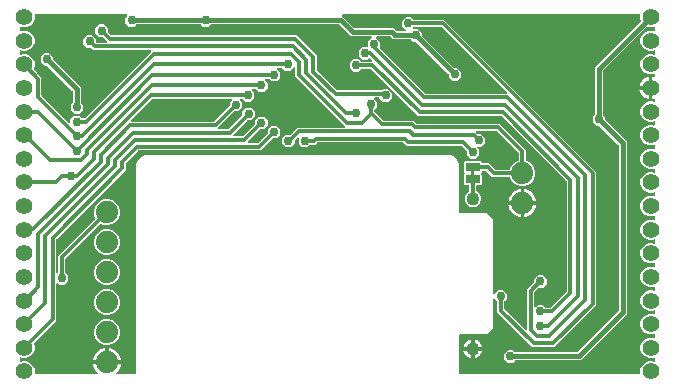
<source format=gbl>
G04 EAGLE Gerber RS-274X export*
G75*
%MOMM*%
%FSLAX34Y34*%
%LPD*%
%INBottom Copper*%
%IPPOS*%
%AMOC8*
5,1,8,0,0,1.08239X$1,22.5*%
G01*
%ADD10C,1.408000*%
%ADD11C,1.879600*%
%ADD12C,1.108000*%
%ADD13R,1.270000X0.660400*%
%ADD14C,0.756400*%
%ADD15C,0.304800*%
%ADD16C,0.406400*%

G36*
X75328Y10172D02*
X75328Y10172D01*
X75400Y10174D01*
X75449Y10192D01*
X75500Y10200D01*
X75564Y10234D01*
X75631Y10259D01*
X75672Y10291D01*
X75718Y10316D01*
X75767Y10368D01*
X75823Y10412D01*
X75851Y10456D01*
X75887Y10494D01*
X75917Y10559D01*
X75956Y10619D01*
X75969Y10670D01*
X75991Y10717D01*
X75999Y10788D01*
X76016Y10858D01*
X76012Y10910D01*
X76018Y10961D01*
X76003Y11032D01*
X75997Y11103D01*
X75977Y11151D01*
X75966Y11202D01*
X75929Y11263D01*
X75901Y11329D01*
X75856Y11385D01*
X75839Y11413D01*
X75822Y11428D01*
X75796Y11460D01*
X74714Y12542D01*
X73609Y14063D01*
X72756Y15737D01*
X72175Y17524D01*
X71974Y18797D01*
X83058Y18797D01*
X83078Y18800D01*
X83097Y18798D01*
X83199Y18820D01*
X83301Y18837D01*
X83318Y18846D01*
X83338Y18850D01*
X83427Y18903D01*
X83518Y18952D01*
X83532Y18966D01*
X83549Y18976D01*
X83616Y19055D01*
X83687Y19130D01*
X83696Y19148D01*
X83709Y19163D01*
X83747Y19259D01*
X83791Y19353D01*
X83793Y19373D01*
X83801Y19391D01*
X83819Y19558D01*
X83819Y20321D01*
X83821Y20321D01*
X83821Y19558D01*
X83824Y19538D01*
X83822Y19519D01*
X83844Y19417D01*
X83861Y19315D01*
X83870Y19298D01*
X83874Y19278D01*
X83927Y19189D01*
X83976Y19098D01*
X83990Y19084D01*
X84000Y19067D01*
X84079Y19000D01*
X84154Y18929D01*
X84172Y18920D01*
X84187Y18907D01*
X84283Y18868D01*
X84377Y18825D01*
X84397Y18823D01*
X84415Y18815D01*
X84582Y18797D01*
X95666Y18797D01*
X95465Y17524D01*
X94884Y15737D01*
X94031Y14063D01*
X92926Y12542D01*
X91844Y11460D01*
X91802Y11402D01*
X91753Y11350D01*
X91731Y11303D01*
X91701Y11261D01*
X91680Y11192D01*
X91649Y11127D01*
X91644Y11075D01*
X91628Y11025D01*
X91630Y10954D01*
X91622Y10883D01*
X91633Y10832D01*
X91635Y10780D01*
X91659Y10712D01*
X91674Y10642D01*
X91701Y10597D01*
X91719Y10549D01*
X91764Y10493D01*
X91801Y10431D01*
X91840Y10397D01*
X91873Y10357D01*
X91933Y10318D01*
X91988Y10271D01*
X92036Y10252D01*
X92080Y10224D01*
X92149Y10206D01*
X92216Y10179D01*
X92287Y10171D01*
X92318Y10163D01*
X92342Y10165D01*
X92382Y10161D01*
X108078Y10161D01*
X108098Y10164D01*
X108117Y10162D01*
X108219Y10184D01*
X108321Y10200D01*
X108338Y10210D01*
X108358Y10214D01*
X108447Y10267D01*
X108538Y10316D01*
X108552Y10330D01*
X108569Y10340D01*
X108636Y10419D01*
X108708Y10494D01*
X108716Y10512D01*
X108729Y10527D01*
X108768Y10623D01*
X108811Y10717D01*
X108813Y10737D01*
X108821Y10755D01*
X108839Y10922D01*
X108839Y188021D01*
X110386Y191756D01*
X113244Y194614D01*
X116979Y196161D01*
X374021Y196161D01*
X377756Y194614D01*
X380614Y191756D01*
X382161Y188021D01*
X382161Y147320D01*
X382164Y147300D01*
X382162Y147281D01*
X382184Y147179D01*
X382201Y147077D01*
X382210Y147060D01*
X382214Y147040D01*
X382267Y146951D01*
X382316Y146860D01*
X382330Y146846D01*
X382340Y146829D01*
X382419Y146762D01*
X382494Y146691D01*
X382512Y146682D01*
X382527Y146669D01*
X382623Y146630D01*
X382717Y146587D01*
X382737Y146585D01*
X382755Y146577D01*
X382922Y146559D01*
X406085Y146559D01*
X410719Y141925D01*
X410719Y78911D01*
X410730Y78841D01*
X410732Y78769D01*
X410750Y78720D01*
X410759Y78669D01*
X410792Y78605D01*
X410817Y78538D01*
X410849Y78497D01*
X410874Y78451D01*
X410926Y78402D01*
X410970Y78346D01*
X411014Y78318D01*
X411052Y78282D01*
X411117Y78252D01*
X411177Y78213D01*
X411228Y78200D01*
X411275Y78178D01*
X411346Y78170D01*
X411416Y78153D01*
X411468Y78157D01*
X411519Y78151D01*
X411590Y78166D01*
X411661Y78172D01*
X411709Y78192D01*
X411760Y78203D01*
X411821Y78240D01*
X411887Y78268D01*
X411943Y78313D01*
X411971Y78330D01*
X411986Y78347D01*
X412018Y78373D01*
X415152Y81507D01*
X419548Y81507D01*
X422657Y78398D01*
X422657Y74002D01*
X420622Y71967D01*
X420569Y71893D01*
X420509Y71823D01*
X420497Y71793D01*
X420478Y71767D01*
X420451Y71680D01*
X420417Y71595D01*
X420413Y71554D01*
X420406Y71532D01*
X420407Y71500D01*
X420399Y71429D01*
X420399Y65558D01*
X420413Y65468D01*
X420421Y65377D01*
X420433Y65347D01*
X420438Y65315D01*
X420481Y65235D01*
X420517Y65151D01*
X420543Y65119D01*
X420554Y65098D01*
X420577Y65076D01*
X420622Y65020D01*
X438247Y47395D01*
X438305Y47353D01*
X438357Y47304D01*
X438404Y47282D01*
X438446Y47251D01*
X438515Y47230D01*
X438580Y47200D01*
X438632Y47194D01*
X438682Y47179D01*
X438753Y47181D01*
X438824Y47173D01*
X438875Y47184D01*
X438927Y47185D01*
X438995Y47210D01*
X439065Y47225D01*
X439110Y47252D01*
X439158Y47270D01*
X439214Y47315D01*
X439276Y47351D01*
X439310Y47391D01*
X439350Y47423D01*
X439389Y47484D01*
X439436Y47538D01*
X439455Y47587D01*
X439483Y47630D01*
X439501Y47700D01*
X439528Y47766D01*
X439536Y47838D01*
X439544Y47869D01*
X439542Y47892D01*
X439546Y47933D01*
X439546Y81908D01*
X445320Y87682D01*
X445373Y87756D01*
X445433Y87825D01*
X445445Y87855D01*
X445464Y87882D01*
X445491Y87969D01*
X445525Y88053D01*
X445529Y88094D01*
X445536Y88117D01*
X445535Y88149D01*
X445543Y88220D01*
X445543Y91098D01*
X448652Y94207D01*
X453048Y94207D01*
X456157Y91098D01*
X456157Y86702D01*
X453048Y83593D01*
X450170Y83593D01*
X450080Y83579D01*
X449989Y83571D01*
X449959Y83559D01*
X449927Y83554D01*
X449847Y83511D01*
X449763Y83475D01*
X449731Y83449D01*
X449710Y83438D01*
X449688Y83415D01*
X449632Y83370D01*
X445867Y79605D01*
X445814Y79531D01*
X445754Y79462D01*
X445742Y79432D01*
X445723Y79405D01*
X445696Y79318D01*
X445662Y79234D01*
X445658Y79193D01*
X445651Y79170D01*
X445652Y79138D01*
X445644Y79067D01*
X445644Y67636D01*
X445655Y67566D01*
X445657Y67494D01*
X445675Y67445D01*
X445683Y67394D01*
X445717Y67330D01*
X445742Y67263D01*
X445774Y67222D01*
X445799Y67176D01*
X445851Y67127D01*
X445895Y67071D01*
X445939Y67043D01*
X445977Y67007D01*
X446042Y66977D01*
X446102Y66938D01*
X446153Y66925D01*
X446200Y66903D01*
X446271Y66895D01*
X446341Y66878D01*
X446393Y66882D01*
X446444Y66876D01*
X446515Y66891D01*
X446586Y66897D01*
X446634Y66917D01*
X446685Y66928D01*
X446746Y66965D01*
X446812Y66993D01*
X446868Y67038D01*
X446896Y67055D01*
X446911Y67072D01*
X446943Y67098D01*
X448652Y68807D01*
X453048Y68807D01*
X455083Y66772D01*
X455157Y66719D01*
X455227Y66659D01*
X455257Y66647D01*
X455283Y66628D01*
X455370Y66601D01*
X455455Y66567D01*
X455496Y66563D01*
X455518Y66556D01*
X455550Y66557D01*
X455621Y66549D01*
X459432Y66549D01*
X459522Y66563D01*
X459613Y66571D01*
X459643Y66583D01*
X459675Y66588D01*
X459755Y66631D01*
X459839Y66667D01*
X459871Y66693D01*
X459892Y66704D01*
X459914Y66727D01*
X459970Y66772D01*
X472978Y79780D01*
X473031Y79854D01*
X473091Y79923D01*
X473103Y79953D01*
X473122Y79980D01*
X473149Y80067D01*
X473183Y80151D01*
X473187Y80192D01*
X473194Y80215D01*
X473193Y80247D01*
X473201Y80318D01*
X473201Y173047D01*
X473187Y173137D01*
X473179Y173228D01*
X473167Y173258D01*
X473162Y173290D01*
X473119Y173370D01*
X473083Y173454D01*
X473057Y173486D01*
X473046Y173507D01*
X473023Y173529D01*
X473004Y173553D01*
X473000Y173559D01*
X472996Y173563D01*
X472978Y173585D01*
X418060Y228503D01*
X417986Y228556D01*
X417917Y228616D01*
X417887Y228628D01*
X417860Y228647D01*
X417773Y228674D01*
X417689Y228708D01*
X417648Y228712D01*
X417625Y228719D01*
X417593Y228718D01*
X417522Y228726D01*
X347352Y228726D01*
X345343Y230735D01*
X307570Y268508D01*
X307496Y268561D01*
X307427Y268621D01*
X307397Y268633D01*
X307370Y268652D01*
X307283Y268679D01*
X307199Y268713D01*
X307158Y268717D01*
X307135Y268724D01*
X307103Y268723D01*
X307032Y268731D01*
X299411Y268731D01*
X299321Y268717D01*
X299230Y268709D01*
X299201Y268697D01*
X299169Y268692D01*
X299088Y268649D01*
X299004Y268613D01*
X298972Y268587D01*
X298951Y268576D01*
X298929Y268553D01*
X298873Y268508D01*
X296838Y266473D01*
X292442Y266473D01*
X289333Y269582D01*
X289333Y273978D01*
X292442Y277087D01*
X296838Y277087D01*
X298873Y275052D01*
X298947Y274999D01*
X299017Y274939D01*
X299047Y274927D01*
X299073Y274908D01*
X299160Y274881D01*
X299245Y274847D01*
X299286Y274843D01*
X299308Y274836D01*
X299340Y274837D01*
X299411Y274829D01*
X307667Y274829D01*
X307738Y274840D01*
X307809Y274842D01*
X307858Y274860D01*
X307910Y274868D01*
X307973Y274902D01*
X308040Y274927D01*
X308081Y274959D01*
X308127Y274984D01*
X308176Y275035D01*
X308232Y275080D01*
X308261Y275124D01*
X308296Y275162D01*
X308327Y275227D01*
X308365Y275287D01*
X308378Y275338D01*
X308400Y275385D01*
X308408Y275456D01*
X308425Y275526D01*
X308421Y275578D01*
X308427Y275629D01*
X308412Y275700D01*
X308406Y275771D01*
X308386Y275819D01*
X308375Y275870D01*
X308338Y275931D01*
X308310Y275997D01*
X308265Y276053D01*
X308249Y276081D01*
X308231Y276096D01*
X308205Y276128D01*
X306617Y277716D01*
X306601Y277728D01*
X306589Y277743D01*
X306501Y277799D01*
X306418Y277860D01*
X306399Y277865D01*
X306382Y277876D01*
X306281Y277902D01*
X306183Y277932D01*
X306163Y277931D01*
X306143Y277936D01*
X306040Y277928D01*
X305937Y277926D01*
X305918Y277919D01*
X305898Y277917D01*
X305803Y277877D01*
X305706Y277841D01*
X305690Y277829D01*
X305672Y277821D01*
X305541Y277716D01*
X304458Y276633D01*
X300062Y276633D01*
X296953Y279742D01*
X296953Y284138D01*
X300062Y287247D01*
X303812Y287247D01*
X303832Y287250D01*
X303851Y287248D01*
X303953Y287270D01*
X304055Y287286D01*
X304072Y287296D01*
X304092Y287300D01*
X304181Y287353D01*
X304272Y287402D01*
X304286Y287416D01*
X304303Y287426D01*
X304370Y287505D01*
X304442Y287580D01*
X304450Y287598D01*
X304463Y287613D01*
X304502Y287709D01*
X304545Y287803D01*
X304547Y287823D01*
X304555Y287841D01*
X304573Y288008D01*
X304573Y291758D01*
X307679Y294864D01*
X307721Y294922D01*
X307770Y294974D01*
X307792Y295021D01*
X307822Y295063D01*
X307844Y295132D01*
X307874Y295197D01*
X307879Y295249D01*
X307895Y295299D01*
X307893Y295370D01*
X307901Y295441D01*
X307890Y295492D01*
X307888Y295544D01*
X307864Y295612D01*
X307849Y295682D01*
X307822Y295727D01*
X307804Y295775D01*
X307759Y295831D01*
X307722Y295893D01*
X307683Y295927D01*
X307650Y295967D01*
X307590Y296006D01*
X307535Y296053D01*
X307487Y296072D01*
X307443Y296100D01*
X307374Y296118D01*
X307307Y296145D01*
X307236Y296153D01*
X307205Y296161D01*
X307182Y296159D01*
X307141Y296163D01*
X290627Y296163D01*
X280690Y306100D01*
X280616Y306153D01*
X280546Y306213D01*
X280516Y306225D01*
X280490Y306244D01*
X280403Y306271D01*
X280318Y306305D01*
X280277Y306309D01*
X280255Y306316D01*
X280223Y306315D01*
X280151Y306323D01*
X171903Y306323D01*
X171813Y306309D01*
X171722Y306301D01*
X171693Y306289D01*
X171661Y306284D01*
X171580Y306241D01*
X171496Y306205D01*
X171464Y306179D01*
X171443Y306168D01*
X171421Y306145D01*
X171365Y306100D01*
X169838Y304573D01*
X165442Y304573D01*
X163915Y306100D01*
X163841Y306153D01*
X163771Y306213D01*
X163741Y306225D01*
X163715Y306244D01*
X163628Y306271D01*
X163543Y306305D01*
X163502Y306309D01*
X163480Y306316D01*
X163448Y306315D01*
X163377Y306323D01*
X109038Y306323D01*
X108948Y306309D01*
X108857Y306301D01*
X108828Y306289D01*
X108796Y306284D01*
X108715Y306241D01*
X108631Y306205D01*
X108599Y306179D01*
X108578Y306168D01*
X108556Y306145D01*
X108500Y306100D01*
X106973Y304573D01*
X102577Y304573D01*
X99468Y307682D01*
X99468Y312078D01*
X100930Y313540D01*
X100972Y313598D01*
X101021Y313650D01*
X101043Y313697D01*
X101074Y313740D01*
X101095Y313808D01*
X101125Y313873D01*
X101131Y313925D01*
X101146Y313975D01*
X101144Y314046D01*
X101152Y314118D01*
X101141Y314168D01*
X101140Y314221D01*
X101115Y314288D01*
X101100Y314358D01*
X101073Y314403D01*
X101055Y314452D01*
X101010Y314508D01*
X100974Y314569D01*
X100934Y314603D01*
X100901Y314644D01*
X100841Y314682D01*
X100787Y314729D01*
X100738Y314748D01*
X100694Y314777D01*
X100625Y314794D01*
X100558Y314821D01*
X100487Y314829D01*
X100456Y314837D01*
X100433Y314835D01*
X100392Y314839D01*
X23329Y314839D01*
X23309Y314836D01*
X23290Y314838D01*
X23188Y314816D01*
X23086Y314800D01*
X23069Y314790D01*
X23049Y314786D01*
X22960Y314733D01*
X22869Y314685D01*
X22855Y314670D01*
X22838Y314660D01*
X22771Y314581D01*
X22699Y314506D01*
X22691Y314488D01*
X22678Y314473D01*
X22639Y314377D01*
X22596Y314283D01*
X22594Y314263D01*
X22586Y314245D01*
X22568Y314078D01*
X22568Y310856D01*
X21264Y307708D01*
X18855Y305299D01*
X15707Y303995D01*
X12299Y303995D01*
X11213Y304445D01*
X11169Y304456D01*
X11127Y304475D01*
X11050Y304484D01*
X10974Y304501D01*
X10928Y304497D01*
X10883Y304502D01*
X10806Y304486D01*
X10729Y304478D01*
X10687Y304460D01*
X10642Y304450D01*
X10575Y304410D01*
X10504Y304378D01*
X10470Y304347D01*
X10431Y304324D01*
X10380Y304265D01*
X10323Y304212D01*
X10301Y304172D01*
X10271Y304137D01*
X10242Y304064D01*
X10205Y303996D01*
X10196Y303951D01*
X10179Y303909D01*
X10164Y303773D01*
X10161Y303754D01*
X10162Y303749D01*
X10161Y303742D01*
X10161Y301378D01*
X10168Y301333D01*
X10166Y301287D01*
X10188Y301212D01*
X10200Y301135D01*
X10222Y301095D01*
X10235Y301051D01*
X10279Y300987D01*
X10316Y300918D01*
X10349Y300886D01*
X10375Y300849D01*
X10437Y300802D01*
X10494Y300749D01*
X10536Y300729D01*
X10572Y300702D01*
X10646Y300678D01*
X10717Y300645D01*
X10763Y300640D01*
X10806Y300626D01*
X10884Y300627D01*
X10961Y300618D01*
X11006Y300628D01*
X11052Y300628D01*
X11184Y300666D01*
X11202Y300670D01*
X11206Y300673D01*
X11213Y300675D01*
X12299Y301125D01*
X15707Y301125D01*
X18855Y299821D01*
X21264Y297412D01*
X22568Y294264D01*
X22568Y290856D01*
X21264Y287708D01*
X18855Y285299D01*
X15707Y283995D01*
X12299Y283995D01*
X11213Y284445D01*
X11169Y284456D01*
X11127Y284475D01*
X11050Y284484D01*
X10974Y284501D01*
X10928Y284497D01*
X10883Y284502D01*
X10806Y284486D01*
X10729Y284478D01*
X10687Y284460D01*
X10642Y284450D01*
X10575Y284410D01*
X10504Y284378D01*
X10470Y284347D01*
X10431Y284324D01*
X10380Y284265D01*
X10323Y284212D01*
X10301Y284172D01*
X10271Y284137D01*
X10242Y284064D01*
X10205Y283996D01*
X10196Y283951D01*
X10179Y283909D01*
X10164Y283773D01*
X10161Y283754D01*
X10162Y283749D01*
X10161Y283742D01*
X10161Y281378D01*
X10168Y281333D01*
X10166Y281287D01*
X10188Y281212D01*
X10200Y281135D01*
X10222Y281095D01*
X10235Y281051D01*
X10279Y280987D01*
X10316Y280918D01*
X10349Y280886D01*
X10375Y280849D01*
X10437Y280802D01*
X10494Y280749D01*
X10536Y280729D01*
X10572Y280702D01*
X10646Y280678D01*
X10717Y280645D01*
X10763Y280640D01*
X10806Y280626D01*
X10884Y280627D01*
X10961Y280618D01*
X11006Y280628D01*
X11052Y280628D01*
X11184Y280666D01*
X11202Y280670D01*
X11206Y280673D01*
X11213Y280675D01*
X12299Y281125D01*
X15707Y281125D01*
X18855Y279821D01*
X21264Y277412D01*
X22568Y274264D01*
X22568Y270856D01*
X21846Y269113D01*
X21823Y269017D01*
X21794Y268922D01*
X21795Y268897D01*
X21789Y268874D01*
X21799Y268775D01*
X21802Y268676D01*
X21810Y268653D01*
X21813Y268629D01*
X21853Y268538D01*
X21887Y268446D01*
X21905Y268421D01*
X21913Y268404D01*
X21935Y268380D01*
X21986Y268310D01*
X27595Y262138D01*
X27606Y262129D01*
X27620Y262112D01*
X28496Y261235D01*
X28509Y261211D01*
X28450Y259965D01*
X28451Y259951D01*
X28449Y259929D01*
X28449Y246688D01*
X28463Y246598D01*
X28471Y246507D01*
X28483Y246477D01*
X28488Y246445D01*
X28531Y246365D01*
X28567Y246281D01*
X28593Y246249D01*
X28604Y246228D01*
X28627Y246206D01*
X28672Y246150D01*
X51563Y223258D01*
X51621Y223216D01*
X51674Y223167D01*
X51721Y223145D01*
X51763Y223115D01*
X51831Y223094D01*
X51897Y223063D01*
X51948Y223058D01*
X51998Y223042D01*
X52070Y223044D01*
X52141Y223036D01*
X52192Y223047D01*
X52244Y223049D01*
X52311Y223073D01*
X52381Y223089D01*
X52426Y223115D01*
X52475Y223133D01*
X52531Y223178D01*
X52593Y223215D01*
X52626Y223254D01*
X52667Y223287D01*
X52706Y223347D01*
X52752Y223402D01*
X52772Y223450D01*
X52800Y223494D01*
X52818Y223563D01*
X52844Y223630D01*
X52852Y223701D01*
X52860Y223732D01*
X52858Y223756D01*
X52863Y223797D01*
X52863Y226103D01*
X55971Y229211D01*
X60368Y229211D01*
X62403Y227176D01*
X62477Y227123D01*
X62546Y227064D01*
X62576Y227052D01*
X62602Y227033D01*
X62689Y227006D01*
X62774Y226972D01*
X62815Y226967D01*
X62838Y226960D01*
X62870Y226961D01*
X62941Y226953D01*
X64846Y226953D01*
X64936Y226968D01*
X65027Y226975D01*
X65057Y226988D01*
X65089Y226993D01*
X65170Y227036D01*
X65254Y227071D01*
X65286Y227097D01*
X65307Y227108D01*
X65329Y227131D01*
X65385Y227176D01*
X120553Y282345D01*
X121515Y283307D01*
X121557Y283365D01*
X121606Y283417D01*
X121628Y283464D01*
X121659Y283506D01*
X121680Y283575D01*
X121710Y283640D01*
X121716Y283692D01*
X121731Y283742D01*
X121729Y283813D01*
X121737Y283884D01*
X121726Y283935D01*
X121725Y283987D01*
X121700Y284055D01*
X121685Y284125D01*
X121658Y284170D01*
X121640Y284218D01*
X121595Y284274D01*
X121559Y284336D01*
X121519Y284370D01*
X121487Y284410D01*
X121426Y284449D01*
X121372Y284496D01*
X121323Y284515D01*
X121280Y284543D01*
X121210Y284561D01*
X121144Y284588D01*
X121072Y284596D01*
X121041Y284604D01*
X121018Y284602D01*
X120977Y284606D01*
X72397Y284606D01*
X70433Y286570D01*
X70359Y286623D01*
X70290Y286683D01*
X70260Y286695D01*
X70233Y286714D01*
X70146Y286741D01*
X70062Y286775D01*
X70021Y286779D01*
X69998Y286786D01*
X69966Y286785D01*
X69895Y286793D01*
X67017Y286793D01*
X63908Y289902D01*
X63908Y294298D01*
X67017Y297407D01*
X71413Y297407D01*
X74522Y294298D01*
X74522Y291465D01*
X74525Y291445D01*
X74523Y291426D01*
X74545Y291324D01*
X74561Y291222D01*
X74571Y291205D01*
X74575Y291185D01*
X74628Y291096D01*
X74677Y291005D01*
X74691Y290991D01*
X74701Y290974D01*
X74780Y290907D01*
X74855Y290835D01*
X74873Y290827D01*
X74888Y290814D01*
X74984Y290775D01*
X75078Y290732D01*
X75098Y290730D01*
X75116Y290722D01*
X75283Y290704D01*
X83512Y290704D01*
X83583Y290715D01*
X83654Y290717D01*
X83703Y290735D01*
X83755Y290743D01*
X83818Y290777D01*
X83885Y290802D01*
X83926Y290834D01*
X83972Y290859D01*
X84021Y290911D01*
X84077Y290955D01*
X84106Y290999D01*
X84141Y291037D01*
X84172Y291102D01*
X84210Y291162D01*
X84223Y291213D01*
X84245Y291260D01*
X84253Y291331D01*
X84270Y291401D01*
X84266Y291453D01*
X84272Y291504D01*
X84257Y291575D01*
X84251Y291646D01*
X84231Y291694D01*
X84220Y291745D01*
X84183Y291806D01*
X84155Y291872D01*
X84110Y291928D01*
X84094Y291956D01*
X84076Y291971D01*
X84050Y292003D01*
X83088Y292965D01*
X80593Y295460D01*
X80519Y295513D01*
X80450Y295573D01*
X80420Y295585D01*
X80393Y295604D01*
X80306Y295631D01*
X80222Y295665D01*
X80181Y295669D01*
X80158Y295676D01*
X80126Y295675D01*
X80055Y295683D01*
X77177Y295683D01*
X74068Y298792D01*
X74068Y303188D01*
X77177Y306297D01*
X81573Y306297D01*
X84682Y303188D01*
X84682Y300310D01*
X84696Y300220D01*
X84704Y300129D01*
X84716Y300099D01*
X84721Y300067D01*
X84764Y299987D01*
X84800Y299903D01*
X84826Y299871D01*
X84837Y299850D01*
X84860Y299828D01*
X84905Y299772D01*
X87400Y297277D01*
X87474Y297224D01*
X87543Y297164D01*
X87573Y297152D01*
X87600Y297133D01*
X87687Y297106D01*
X87771Y297072D01*
X87812Y297068D01*
X87835Y297061D01*
X87867Y297062D01*
X87938Y297054D01*
X244468Y297054D01*
X261811Y279710D01*
X261811Y267961D01*
X261826Y267871D01*
X261833Y267780D01*
X261846Y267750D01*
X261851Y267718D01*
X261894Y267637D01*
X261929Y267553D01*
X261955Y267521D01*
X261966Y267501D01*
X261989Y267478D01*
X262034Y267422D01*
X278535Y250922D01*
X278609Y250869D01*
X278678Y250809D01*
X278708Y250797D01*
X278735Y250778D01*
X278822Y250751D01*
X278906Y250717D01*
X278947Y250713D01*
X278970Y250706D01*
X279002Y250707D01*
X279073Y250699D01*
X316539Y250699D01*
X316629Y250713D01*
X316720Y250721D01*
X316749Y250733D01*
X316781Y250738D01*
X316862Y250781D01*
X316946Y250817D01*
X316978Y250843D01*
X316999Y250854D01*
X317014Y250870D01*
X317016Y250871D01*
X317024Y250880D01*
X317077Y250922D01*
X317842Y251687D01*
X322238Y251687D01*
X325347Y248578D01*
X325347Y244182D01*
X322238Y241073D01*
X317842Y241073D01*
X314537Y244378D01*
X314463Y244431D01*
X314393Y244491D01*
X314363Y244503D01*
X314337Y244522D01*
X314250Y244549D01*
X314165Y244583D01*
X314124Y244587D01*
X314102Y244594D01*
X314070Y244593D01*
X313999Y244601D01*
X310841Y244601D01*
X310771Y244590D01*
X310699Y244588D01*
X310650Y244570D01*
X310599Y244562D01*
X310535Y244528D01*
X310468Y244503D01*
X310427Y244471D01*
X310381Y244446D01*
X310332Y244394D01*
X310276Y244350D01*
X310248Y244306D01*
X310212Y244268D01*
X310182Y244203D01*
X310143Y244143D01*
X310130Y244092D01*
X310108Y244045D01*
X310100Y243974D01*
X310083Y243904D01*
X310087Y243852D01*
X310081Y243801D01*
X310096Y243730D01*
X310102Y243659D01*
X310122Y243611D01*
X310133Y243560D01*
X310170Y243499D01*
X310198Y243433D01*
X310243Y243377D01*
X310260Y243349D01*
X310277Y243334D01*
X310303Y243302D01*
X312647Y240958D01*
X312647Y236562D01*
X310612Y234527D01*
X310559Y234453D01*
X310499Y234383D01*
X310487Y234353D01*
X310468Y234327D01*
X310441Y234240D01*
X310407Y234155D01*
X310403Y234114D01*
X310396Y234092D01*
X310397Y234060D01*
X310389Y233989D01*
X310389Y232718D01*
X310403Y232628D01*
X310411Y232537D01*
X310423Y232507D01*
X310428Y232475D01*
X310471Y232395D01*
X310507Y232311D01*
X310533Y232279D01*
X310544Y232258D01*
X310567Y232236D01*
X310612Y232180D01*
X317905Y224887D01*
X317979Y224834D01*
X318048Y224774D01*
X318078Y224762D01*
X318105Y224743D01*
X318192Y224716D01*
X318276Y224682D01*
X318317Y224678D01*
X318340Y224671D01*
X318372Y224672D01*
X318443Y224664D01*
X343528Y224664D01*
X345537Y222655D01*
X345845Y222347D01*
X345919Y222294D01*
X345988Y222234D01*
X346018Y222222D01*
X346045Y222203D01*
X346132Y222176D01*
X346216Y222142D01*
X346257Y222138D01*
X346280Y222131D01*
X346312Y222132D01*
X346383Y222124D01*
X416553Y222124D01*
X438659Y200018D01*
X438659Y191408D01*
X438678Y191294D01*
X438695Y191178D01*
X438697Y191172D01*
X438698Y191166D01*
X438753Y191063D01*
X438806Y190958D01*
X438811Y190954D01*
X438814Y190948D01*
X438898Y190869D01*
X438982Y190786D01*
X438988Y190782D01*
X438992Y190779D01*
X439009Y190771D01*
X439129Y190705D01*
X441797Y189600D01*
X444870Y186527D01*
X446533Y182513D01*
X446533Y178167D01*
X444870Y174153D01*
X441797Y171080D01*
X437783Y169417D01*
X433437Y169417D01*
X429423Y171080D01*
X426350Y174153D01*
X425245Y176821D01*
X425183Y176921D01*
X425123Y177021D01*
X425119Y177025D01*
X425115Y177030D01*
X425025Y177105D01*
X424936Y177181D01*
X424931Y177183D01*
X424926Y177187D01*
X424817Y177229D01*
X424708Y177273D01*
X424701Y177274D01*
X424696Y177275D01*
X424678Y177276D01*
X424542Y177291D01*
X410217Y177291D01*
X405233Y182275D01*
X405159Y182328D01*
X405090Y182388D01*
X405060Y182400D01*
X405033Y182419D01*
X404946Y182446D01*
X404862Y182480D01*
X404821Y182484D01*
X404798Y182491D01*
X404766Y182490D01*
X404695Y182498D01*
X402336Y182498D01*
X402316Y182495D01*
X402297Y182497D01*
X402195Y182475D01*
X402093Y182459D01*
X402076Y182449D01*
X402056Y182445D01*
X401967Y182392D01*
X401876Y182343D01*
X401862Y182329D01*
X401845Y182319D01*
X401778Y182240D01*
X401706Y182165D01*
X401698Y182147D01*
X401685Y182132D01*
X401646Y182036D01*
X401603Y181942D01*
X401601Y181922D01*
X401593Y181904D01*
X401575Y181737D01*
X401575Y181613D01*
X400840Y180878D01*
X400828Y180862D01*
X400812Y180850D01*
X400756Y180762D01*
X400696Y180679D01*
X400690Y180660D01*
X400679Y180643D01*
X400654Y180542D01*
X400624Y180443D01*
X400624Y180424D01*
X400619Y180404D01*
X400627Y180301D01*
X400630Y180198D01*
X400637Y180179D01*
X400638Y180159D01*
X400679Y180064D01*
X400714Y179967D01*
X400727Y179951D01*
X400735Y179933D01*
X400840Y179802D01*
X401575Y179067D01*
X401575Y171199D01*
X400682Y170306D01*
X397510Y170306D01*
X397490Y170303D01*
X397471Y170305D01*
X397369Y170283D01*
X397267Y170267D01*
X397250Y170257D01*
X397230Y170253D01*
X397141Y170200D01*
X397050Y170151D01*
X397036Y170137D01*
X397019Y170127D01*
X396952Y170048D01*
X396880Y169973D01*
X396872Y169955D01*
X396859Y169940D01*
X396820Y169844D01*
X396777Y169750D01*
X396775Y169730D01*
X396767Y169712D01*
X396749Y169545D01*
X396749Y165643D01*
X396768Y165527D01*
X396785Y165412D01*
X396787Y165406D01*
X396788Y165400D01*
X396843Y165297D01*
X396896Y165192D01*
X396901Y165188D01*
X396904Y165183D01*
X396988Y165103D01*
X397072Y165020D01*
X397078Y165017D01*
X397082Y165013D01*
X397099Y165005D01*
X397219Y164939D01*
X397702Y164739D01*
X399689Y162752D01*
X400765Y160155D01*
X400765Y157345D01*
X399689Y154748D01*
X397702Y152761D01*
X395105Y151685D01*
X392295Y151685D01*
X389698Y152761D01*
X387711Y154748D01*
X386635Y157345D01*
X386635Y160155D01*
X387711Y162752D01*
X389698Y164739D01*
X390181Y164939D01*
X390281Y165001D01*
X390381Y165061D01*
X390385Y165066D01*
X390390Y165069D01*
X390465Y165159D01*
X390541Y165248D01*
X390543Y165254D01*
X390547Y165258D01*
X390589Y165366D01*
X390633Y165476D01*
X390634Y165483D01*
X390635Y165488D01*
X390636Y165506D01*
X390651Y165643D01*
X390651Y169545D01*
X390648Y169565D01*
X390650Y169584D01*
X390628Y169686D01*
X390612Y169788D01*
X390602Y169805D01*
X390598Y169825D01*
X390545Y169914D01*
X390496Y170005D01*
X390482Y170019D01*
X390472Y170036D01*
X390393Y170103D01*
X390318Y170175D01*
X390300Y170183D01*
X390285Y170196D01*
X390189Y170235D01*
X390095Y170278D01*
X390075Y170280D01*
X390057Y170288D01*
X389890Y170306D01*
X386718Y170306D01*
X385825Y171199D01*
X385825Y179067D01*
X386560Y179802D01*
X386572Y179818D01*
X386588Y179830D01*
X386644Y179918D01*
X386704Y180001D01*
X386710Y180020D01*
X386721Y180037D01*
X386746Y180138D01*
X386776Y180237D01*
X386776Y180256D01*
X386781Y180276D01*
X386773Y180379D01*
X386770Y180482D01*
X386763Y180501D01*
X386762Y180521D01*
X386721Y180616D01*
X386686Y180713D01*
X386673Y180729D01*
X386665Y180747D01*
X386560Y180878D01*
X385825Y181613D01*
X385825Y189481D01*
X386718Y190374D01*
X400682Y190374D01*
X401575Y189481D01*
X401575Y189357D01*
X401578Y189337D01*
X401576Y189318D01*
X401598Y189216D01*
X401614Y189114D01*
X401624Y189097D01*
X401628Y189077D01*
X401681Y188988D01*
X401730Y188897D01*
X401744Y188883D01*
X401754Y188866D01*
X401833Y188799D01*
X401908Y188727D01*
X401926Y188719D01*
X401941Y188706D01*
X402037Y188667D01*
X402131Y188624D01*
X402151Y188622D01*
X402169Y188614D01*
X402336Y188596D01*
X407536Y188596D01*
X412520Y183612D01*
X412594Y183559D01*
X412663Y183499D01*
X412693Y183487D01*
X412720Y183468D01*
X412807Y183441D01*
X412891Y183407D01*
X412932Y183403D01*
X412955Y183396D01*
X412987Y183397D01*
X413058Y183389D01*
X424542Y183389D01*
X424656Y183408D01*
X424772Y183425D01*
X424778Y183427D01*
X424784Y183428D01*
X424887Y183483D01*
X424992Y183536D01*
X424996Y183541D01*
X425002Y183544D01*
X425081Y183628D01*
X425164Y183712D01*
X425168Y183718D01*
X425171Y183722D01*
X425179Y183739D01*
X425245Y183859D01*
X426350Y186527D01*
X429423Y189600D01*
X432091Y190705D01*
X432191Y190767D01*
X432291Y190827D01*
X432295Y190831D01*
X432300Y190835D01*
X432375Y190925D01*
X432451Y191014D01*
X432453Y191019D01*
X432457Y191024D01*
X432499Y191133D01*
X432543Y191242D01*
X432544Y191249D01*
X432545Y191254D01*
X432546Y191272D01*
X432561Y191408D01*
X432561Y197177D01*
X432547Y197267D01*
X432539Y197358D01*
X432527Y197388D01*
X432522Y197420D01*
X432479Y197500D01*
X432443Y197584D01*
X432417Y197616D01*
X432406Y197637D01*
X432383Y197659D01*
X432338Y197715D01*
X414250Y215803D01*
X414176Y215856D01*
X414107Y215916D01*
X414077Y215928D01*
X414050Y215947D01*
X413963Y215974D01*
X413879Y216008D01*
X413838Y216012D01*
X413815Y216019D01*
X413783Y216018D01*
X413712Y216026D01*
X397183Y216026D01*
X397112Y216015D01*
X397041Y216013D01*
X396992Y215995D01*
X396940Y215987D01*
X396877Y215953D01*
X396810Y215928D01*
X396769Y215896D01*
X396723Y215871D01*
X396674Y215819D01*
X396618Y215775D01*
X396589Y215731D01*
X396554Y215693D01*
X396523Y215628D01*
X396485Y215568D01*
X396472Y215517D01*
X396450Y215470D01*
X396442Y215399D01*
X396425Y215329D01*
X396429Y215277D01*
X396423Y215226D01*
X396438Y215155D01*
X396444Y215084D01*
X396464Y215036D01*
X396475Y214985D01*
X396512Y214924D01*
X396540Y214858D01*
X396585Y214802D01*
X396601Y214774D01*
X396619Y214759D01*
X396645Y214727D01*
X397562Y213810D01*
X397636Y213757D01*
X397705Y213697D01*
X397735Y213685D01*
X397762Y213666D01*
X397849Y213639D01*
X397933Y213605D01*
X397974Y213601D01*
X397997Y213594D01*
X398029Y213595D01*
X398100Y213587D01*
X400978Y213587D01*
X404087Y210478D01*
X404087Y206082D01*
X400978Y202973D01*
X398189Y202973D01*
X398119Y202962D01*
X398047Y202960D01*
X397998Y202942D01*
X397947Y202934D01*
X397883Y202900D01*
X397816Y202875D01*
X397775Y202843D01*
X397729Y202818D01*
X397680Y202766D01*
X397624Y202722D01*
X397596Y202678D01*
X397560Y202640D01*
X397530Y202575D01*
X397491Y202515D01*
X397478Y202464D01*
X397456Y202417D01*
X397448Y202346D01*
X397431Y202276D01*
X397435Y202224D01*
X397429Y202173D01*
X397444Y202102D01*
X397450Y202031D01*
X397470Y201983D01*
X397481Y201932D01*
X397518Y201871D01*
X397546Y201805D01*
X397591Y201749D01*
X397608Y201721D01*
X397625Y201706D01*
X397651Y201674D01*
X399007Y200318D01*
X399007Y195922D01*
X395898Y192813D01*
X391502Y192813D01*
X388393Y195922D01*
X388393Y198800D01*
X388379Y198890D01*
X388371Y198981D01*
X388359Y199011D01*
X388354Y199043D01*
X388311Y199123D01*
X388275Y199207D01*
X388249Y199239D01*
X388238Y199260D01*
X388215Y199282D01*
X388170Y199338D01*
X384405Y203103D01*
X384331Y203156D01*
X384262Y203216D01*
X384232Y203228D01*
X384205Y203247D01*
X384118Y203274D01*
X384034Y203308D01*
X383993Y203312D01*
X383970Y203319D01*
X383938Y203318D01*
X383867Y203326D01*
X337827Y203326D01*
X334875Y206278D01*
X334801Y206331D01*
X334732Y206391D01*
X334702Y206403D01*
X334675Y206422D01*
X334588Y206449D01*
X334504Y206483D01*
X334463Y206487D01*
X334440Y206494D01*
X334408Y206493D01*
X334337Y206501D01*
X262563Y206501D01*
X262473Y206487D01*
X262382Y206479D01*
X262352Y206467D01*
X262320Y206462D01*
X262240Y206419D01*
X262156Y206383D01*
X262124Y206357D01*
X262103Y206346D01*
X262081Y206323D01*
X262025Y206278D01*
X260343Y204596D01*
X256231Y204596D01*
X256141Y204582D01*
X256050Y204574D01*
X256021Y204562D01*
X255989Y204557D01*
X255908Y204514D01*
X255824Y204478D01*
X255792Y204452D01*
X255771Y204441D01*
X255749Y204418D01*
X255693Y204373D01*
X253658Y202338D01*
X249262Y202338D01*
X246153Y205447D01*
X246153Y209524D01*
X246142Y209595D01*
X246140Y209666D01*
X246122Y209715D01*
X246114Y209767D01*
X246080Y209830D01*
X246055Y209897D01*
X246023Y209938D01*
X245998Y209984D01*
X245946Y210033D01*
X245902Y210089D01*
X245858Y210118D01*
X245820Y210153D01*
X245755Y210184D01*
X245695Y210222D01*
X245644Y210235D01*
X245597Y210257D01*
X245526Y210265D01*
X245456Y210282D01*
X245404Y210278D01*
X245353Y210284D01*
X245282Y210269D01*
X245211Y210263D01*
X245163Y210243D01*
X245112Y210232D01*
X245051Y210195D01*
X244985Y210167D01*
X244929Y210122D01*
X244901Y210106D01*
X244886Y210088D01*
X244854Y210062D01*
X243020Y208228D01*
X242967Y208154D01*
X242907Y208085D01*
X242895Y208055D01*
X242876Y208028D01*
X242849Y207941D01*
X242815Y207857D01*
X242811Y207816D01*
X242804Y207793D01*
X242805Y207761D01*
X242797Y207690D01*
X242797Y205447D01*
X239688Y202338D01*
X235292Y202338D01*
X232183Y205447D01*
X232183Y209843D01*
X235292Y212952D01*
X238805Y212952D01*
X238895Y212966D01*
X238986Y212974D01*
X239016Y212986D01*
X239048Y212991D01*
X239128Y213034D01*
X239212Y213070D01*
X239244Y213096D01*
X239265Y213107D01*
X239287Y213130D01*
X239343Y213175D01*
X244990Y218822D01*
X284934Y218822D01*
X285005Y218833D01*
X285076Y218835D01*
X285125Y218853D01*
X285177Y218861D01*
X285240Y218895D01*
X285307Y218920D01*
X285348Y218952D01*
X285394Y218977D01*
X285443Y219029D01*
X285499Y219073D01*
X285528Y219117D01*
X285563Y219155D01*
X285594Y219220D01*
X285632Y219280D01*
X285645Y219331D01*
X285667Y219378D01*
X285675Y219449D01*
X285692Y219519D01*
X285688Y219571D01*
X285694Y219622D01*
X285679Y219693D01*
X285673Y219764D01*
X285653Y219812D01*
X285642Y219863D01*
X285605Y219924D01*
X285577Y219990D01*
X285532Y220046D01*
X285516Y220074D01*
X285498Y220089D01*
X285472Y220121D01*
X245340Y260253D01*
X243331Y262262D01*
X243331Y269549D01*
X243320Y269619D01*
X243318Y269691D01*
X243300Y269740D01*
X243292Y269791D01*
X243258Y269855D01*
X243233Y269922D01*
X243201Y269963D01*
X243176Y270009D01*
X243124Y270058D01*
X243080Y270114D01*
X243036Y270142D01*
X242998Y270178D01*
X242933Y270208D01*
X242873Y270247D01*
X242822Y270260D01*
X242775Y270282D01*
X242704Y270290D01*
X242634Y270307D01*
X242582Y270303D01*
X242531Y270309D01*
X242460Y270294D01*
X242389Y270288D01*
X242341Y270268D01*
X242290Y270257D01*
X242229Y270220D01*
X242163Y270192D01*
X242107Y270147D01*
X242079Y270130D01*
X242064Y270113D01*
X242032Y270087D01*
X239053Y267108D01*
X234657Y267108D01*
X232477Y269288D01*
X232403Y269341D01*
X232333Y269401D01*
X232303Y269413D01*
X232277Y269432D01*
X232190Y269459D01*
X232105Y269493D01*
X232064Y269497D01*
X232042Y269504D01*
X232010Y269503D01*
X231939Y269511D01*
X228781Y269511D01*
X228711Y269500D01*
X228639Y269498D01*
X228590Y269480D01*
X228539Y269472D01*
X228475Y269438D01*
X228408Y269413D01*
X228367Y269381D01*
X228321Y269356D01*
X228272Y269304D01*
X228216Y269260D01*
X228188Y269216D01*
X228152Y269178D01*
X228122Y269113D01*
X228083Y269053D01*
X228070Y269002D01*
X228048Y268955D01*
X228040Y268884D01*
X228023Y268814D01*
X228027Y268762D01*
X228021Y268711D01*
X228036Y268640D01*
X228042Y268569D01*
X228062Y268521D01*
X228073Y268470D01*
X228110Y268409D01*
X228138Y268343D01*
X228183Y268287D01*
X228200Y268259D01*
X228217Y268244D01*
X228243Y268212D01*
X230732Y265723D01*
X230732Y261327D01*
X227623Y258218D01*
X223227Y258218D01*
X221347Y260098D01*
X221273Y260151D01*
X221203Y260211D01*
X221173Y260223D01*
X221147Y260242D01*
X221060Y260269D01*
X220975Y260303D01*
X220934Y260307D01*
X220912Y260314D01*
X220880Y260313D01*
X220809Y260321D01*
X218286Y260321D01*
X218216Y260310D01*
X218144Y260308D01*
X218095Y260290D01*
X218044Y260282D01*
X217980Y260248D01*
X217913Y260223D01*
X217872Y260191D01*
X217826Y260166D01*
X217777Y260114D01*
X217721Y260070D01*
X217693Y260026D01*
X217657Y259988D01*
X217627Y259923D01*
X217588Y259863D01*
X217575Y259812D01*
X217553Y259765D01*
X217545Y259694D01*
X217528Y259624D01*
X217532Y259572D01*
X217526Y259521D01*
X217541Y259450D01*
X217547Y259379D01*
X217567Y259331D01*
X217578Y259280D01*
X217615Y259219D01*
X217643Y259153D01*
X217688Y259097D01*
X217705Y259069D01*
X217722Y259054D01*
X217748Y259022D01*
X219937Y256833D01*
X219937Y252437D01*
X216828Y249328D01*
X212432Y249328D01*
X210270Y251490D01*
X210196Y251543D01*
X210126Y251603D01*
X210096Y251615D01*
X210070Y251634D01*
X209983Y251661D01*
X209898Y251695D01*
X209857Y251699D01*
X209835Y251706D01*
X209803Y251705D01*
X209732Y251713D01*
X207209Y251713D01*
X207139Y251702D01*
X207067Y251700D01*
X207018Y251682D01*
X206967Y251674D01*
X206903Y251640D01*
X206836Y251615D01*
X206795Y251583D01*
X206749Y251558D01*
X206700Y251506D01*
X206644Y251462D01*
X206616Y251418D01*
X206580Y251380D01*
X206550Y251315D01*
X206511Y251255D01*
X206498Y251204D01*
X206476Y251157D01*
X206468Y251086D01*
X206451Y251016D01*
X206455Y250964D01*
X206449Y250913D01*
X206464Y250842D01*
X206470Y250771D01*
X206490Y250723D01*
X206501Y250672D01*
X206538Y250611D01*
X206566Y250545D01*
X206611Y250489D01*
X206628Y250461D01*
X206645Y250446D01*
X206671Y250414D01*
X208507Y248578D01*
X208507Y244182D01*
X205398Y241073D01*
X201002Y241073D01*
X198967Y243108D01*
X198893Y243161D01*
X198823Y243221D01*
X198793Y243233D01*
X198767Y243252D01*
X198680Y243279D01*
X198595Y243313D01*
X198554Y243317D01*
X198532Y243324D01*
X198500Y243323D01*
X198429Y243331D01*
X197176Y243331D01*
X197106Y243320D01*
X197034Y243318D01*
X196985Y243300D01*
X196934Y243292D01*
X196870Y243258D01*
X196803Y243233D01*
X196762Y243201D01*
X196716Y243176D01*
X196667Y243124D01*
X196611Y243080D01*
X196583Y243036D01*
X196547Y242998D01*
X196517Y242933D01*
X196478Y242873D01*
X196465Y242822D01*
X196443Y242775D01*
X196435Y242704D01*
X196418Y242634D01*
X196422Y242582D01*
X196416Y242531D01*
X196431Y242460D01*
X196437Y242389D01*
X196457Y242341D01*
X196468Y242290D01*
X196505Y242229D01*
X196533Y242163D01*
X196578Y242107D01*
X196595Y242079D01*
X196612Y242064D01*
X196638Y242032D01*
X198347Y240323D01*
X198347Y235927D01*
X195238Y232818D01*
X192360Y232818D01*
X192270Y232804D01*
X192179Y232796D01*
X192149Y232784D01*
X192117Y232779D01*
X192037Y232736D01*
X191953Y232700D01*
X191921Y232674D01*
X191900Y232663D01*
X191878Y232640D01*
X191822Y232595D01*
X179167Y219940D01*
X178205Y218978D01*
X178163Y218920D01*
X178114Y218868D01*
X178092Y218821D01*
X178061Y218779D01*
X178040Y218710D01*
X178010Y218645D01*
X178004Y218593D01*
X177989Y218543D01*
X177991Y218472D01*
X177983Y218401D01*
X177994Y218350D01*
X177995Y218298D01*
X178020Y218230D01*
X178035Y218160D01*
X178062Y218115D01*
X178080Y218067D01*
X178125Y218011D01*
X178161Y217949D01*
X178201Y217915D01*
X178233Y217875D01*
X178294Y217836D01*
X178348Y217789D01*
X178397Y217770D01*
X178440Y217742D01*
X178510Y217724D01*
X178576Y217697D01*
X178648Y217689D01*
X178679Y217681D01*
X178702Y217683D01*
X178743Y217679D01*
X186382Y217679D01*
X186472Y217693D01*
X186563Y217701D01*
X186593Y217713D01*
X186625Y217718D01*
X186705Y217761D01*
X186789Y217797D01*
X186821Y217823D01*
X186842Y217834D01*
X186864Y217857D01*
X186920Y217902D01*
X198305Y229287D01*
X198358Y229361D01*
X198418Y229430D01*
X198430Y229460D01*
X198449Y229487D01*
X198476Y229574D01*
X198510Y229658D01*
X198514Y229699D01*
X198521Y229722D01*
X198520Y229754D01*
X198528Y229825D01*
X198528Y232703D01*
X201637Y235812D01*
X206033Y235812D01*
X209142Y232703D01*
X209142Y228307D01*
X206033Y225198D01*
X203155Y225198D01*
X203065Y225184D01*
X202974Y225176D01*
X202944Y225164D01*
X202912Y225159D01*
X202832Y225116D01*
X202748Y225080D01*
X202716Y225054D01*
X202695Y225043D01*
X202673Y225020D01*
X202617Y224975D01*
X191232Y213590D01*
X190596Y212954D01*
X190554Y212896D01*
X190505Y212844D01*
X190483Y212797D01*
X190452Y212755D01*
X190431Y212686D01*
X190401Y212621D01*
X190395Y212569D01*
X190380Y212519D01*
X190382Y212448D01*
X190374Y212377D01*
X190385Y212326D01*
X190386Y212274D01*
X190411Y212206D01*
X190426Y212136D01*
X190453Y212091D01*
X190471Y212043D01*
X190516Y211987D01*
X190552Y211925D01*
X190592Y211891D01*
X190624Y211851D01*
X190685Y211812D01*
X190739Y211765D01*
X190788Y211746D01*
X190831Y211718D01*
X190901Y211700D01*
X190967Y211673D01*
X191039Y211665D01*
X191070Y211657D01*
X191093Y211659D01*
X191134Y211655D01*
X198773Y211655D01*
X198863Y211669D01*
X198954Y211677D01*
X198984Y211689D01*
X199016Y211694D01*
X199096Y211737D01*
X199180Y211773D01*
X199212Y211799D01*
X199233Y211810D01*
X199255Y211833D01*
X199311Y211878D01*
X209100Y221667D01*
X209153Y221741D01*
X209213Y221810D01*
X209225Y221840D01*
X209244Y221867D01*
X209271Y221954D01*
X209305Y222038D01*
X209309Y222079D01*
X209316Y222102D01*
X209315Y222134D01*
X209323Y222205D01*
X209323Y225083D01*
X212432Y228192D01*
X216828Y228192D01*
X219937Y225083D01*
X219937Y220687D01*
X216828Y217578D01*
X213950Y217578D01*
X213860Y217564D01*
X213769Y217556D01*
X213739Y217544D01*
X213707Y217539D01*
X213627Y217496D01*
X213543Y217460D01*
X213511Y217434D01*
X213490Y217423D01*
X213468Y217400D01*
X213412Y217355D01*
X203623Y207566D01*
X203169Y207112D01*
X203127Y207054D01*
X203078Y207002D01*
X203056Y206955D01*
X203025Y206913D01*
X203004Y206844D01*
X202974Y206779D01*
X202968Y206727D01*
X202953Y206677D01*
X202955Y206606D01*
X202947Y206535D01*
X202958Y206484D01*
X202959Y206432D01*
X202984Y206364D01*
X202999Y206294D01*
X203026Y206249D01*
X203044Y206201D01*
X203089Y206145D01*
X203125Y206083D01*
X203165Y206049D01*
X203197Y206009D01*
X203258Y205970D01*
X203312Y205923D01*
X203361Y205904D01*
X203404Y205876D01*
X203474Y205858D01*
X203540Y205831D01*
X203612Y205823D01*
X203643Y205815D01*
X203666Y205817D01*
X203707Y205813D01*
X211346Y205813D01*
X211436Y205827D01*
X211527Y205835D01*
X211557Y205847D01*
X211589Y205852D01*
X211669Y205895D01*
X211753Y205931D01*
X211785Y205957D01*
X211806Y205968D01*
X211828Y205991D01*
X211884Y206036D01*
X219895Y214047D01*
X219948Y214121D01*
X220008Y214190D01*
X220020Y214220D01*
X220039Y214247D01*
X220066Y214334D01*
X220100Y214418D01*
X220104Y214459D01*
X220111Y214482D01*
X220110Y214514D01*
X220118Y214585D01*
X220118Y217463D01*
X223227Y220572D01*
X227623Y220572D01*
X230732Y217463D01*
X230732Y213067D01*
X227623Y209958D01*
X224745Y209958D01*
X224655Y209944D01*
X224564Y209936D01*
X224534Y209924D01*
X224502Y209919D01*
X224422Y209876D01*
X224338Y209840D01*
X224306Y209814D01*
X224285Y209803D01*
X224263Y209780D01*
X224207Y209735D01*
X214187Y199715D01*
X110997Y199715D01*
X110907Y199701D01*
X110816Y199693D01*
X110786Y199681D01*
X110754Y199676D01*
X110674Y199633D01*
X110590Y199597D01*
X110558Y199571D01*
X110537Y199560D01*
X110534Y199557D01*
X110514Y199537D01*
X110459Y199492D01*
X100109Y189143D01*
X100056Y189069D01*
X99997Y188999D01*
X99984Y188969D01*
X99966Y188943D01*
X99939Y188856D01*
X99905Y188771D01*
X99900Y188730D01*
X99893Y188708D01*
X99894Y188676D01*
X99886Y188604D01*
X99886Y183205D01*
X41372Y124690D01*
X41319Y124616D01*
X41259Y124547D01*
X41247Y124517D01*
X41228Y124490D01*
X41201Y124403D01*
X41167Y124319D01*
X41163Y124278D01*
X41156Y124255D01*
X41157Y124223D01*
X41149Y124152D01*
X41149Y96211D01*
X41160Y96142D01*
X41162Y96071D01*
X41180Y96021D01*
X41188Y95969D01*
X41221Y95906D01*
X41246Y95840D01*
X41279Y95798D01*
X41304Y95751D01*
X41355Y95703D01*
X41399Y95647D01*
X41443Y95618D01*
X41482Y95582D01*
X41546Y95552D01*
X41605Y95514D01*
X41657Y95501D01*
X41705Y95478D01*
X41775Y95470D01*
X41844Y95453D01*
X41897Y95457D01*
X41949Y95451D01*
X42019Y95466D01*
X42089Y95471D01*
X42138Y95492D01*
X42190Y95503D01*
X42250Y95540D01*
X42316Y95567D01*
X42355Y95602D01*
X42401Y95630D01*
X42447Y95683D01*
X42500Y95730D01*
X42540Y95792D01*
X42561Y95817D01*
X42569Y95838D01*
X42591Y95871D01*
X42618Y95959D01*
X42653Y96045D01*
X42657Y96084D01*
X42664Y96106D01*
X42663Y96138D01*
X42671Y96211D01*
X42671Y110483D01*
X73838Y141649D01*
X73905Y141743D01*
X73976Y141838D01*
X73978Y141844D01*
X73981Y141849D01*
X74015Y141960D01*
X74052Y142072D01*
X74052Y142078D01*
X74054Y142084D01*
X74050Y142201D01*
X74049Y142318D01*
X74047Y142325D01*
X74047Y142330D01*
X74041Y142347D01*
X74003Y142479D01*
X72897Y145147D01*
X72897Y149493D01*
X74560Y153507D01*
X77633Y156580D01*
X81647Y158243D01*
X85993Y158243D01*
X90007Y156580D01*
X93080Y153507D01*
X94743Y149493D01*
X94743Y145147D01*
X93080Y141133D01*
X90007Y138060D01*
X85993Y136397D01*
X81647Y136397D01*
X78979Y137503D01*
X78865Y137529D01*
X78752Y137558D01*
X78745Y137557D01*
X78739Y137559D01*
X78623Y137548D01*
X78506Y137539D01*
X78501Y137536D01*
X78494Y137536D01*
X78387Y137488D01*
X78280Y137442D01*
X78274Y137438D01*
X78270Y137436D01*
X78256Y137423D01*
X78149Y137338D01*
X48992Y108180D01*
X48939Y108106D01*
X48879Y108037D01*
X48867Y108007D01*
X48848Y107980D01*
X48821Y107893D01*
X48787Y107809D01*
X48783Y107768D01*
X48776Y107745D01*
X48777Y107713D01*
X48769Y107642D01*
X48769Y96211D01*
X48783Y96121D01*
X48791Y96030D01*
X48803Y96001D01*
X48808Y95969D01*
X48851Y95888D01*
X48887Y95804D01*
X48913Y95772D01*
X48924Y95751D01*
X48947Y95729D01*
X48992Y95673D01*
X51027Y93638D01*
X51027Y89242D01*
X47918Y86133D01*
X43522Y86133D01*
X42448Y87207D01*
X42390Y87249D01*
X42338Y87298D01*
X42291Y87320D01*
X42249Y87350D01*
X42180Y87372D01*
X42115Y87402D01*
X42063Y87407D01*
X42013Y87423D01*
X41942Y87421D01*
X41871Y87429D01*
X41820Y87418D01*
X41768Y87416D01*
X41700Y87392D01*
X41630Y87377D01*
X41585Y87350D01*
X41537Y87332D01*
X41481Y87287D01*
X41419Y87250D01*
X41385Y87211D01*
X41345Y87178D01*
X41306Y87118D01*
X41259Y87063D01*
X41240Y87015D01*
X41212Y86971D01*
X41194Y86902D01*
X41167Y86835D01*
X41159Y86764D01*
X41151Y86733D01*
X41153Y86710D01*
X41149Y86669D01*
X41149Y55252D01*
X22222Y36326D01*
X22155Y36232D01*
X22084Y36137D01*
X22082Y36131D01*
X22079Y36126D01*
X22045Y36015D01*
X22008Y35903D01*
X22008Y35897D01*
X22006Y35891D01*
X22009Y35774D01*
X22011Y35657D01*
X22013Y35650D01*
X22013Y35645D01*
X22019Y35627D01*
X22057Y35496D01*
X22568Y34264D01*
X22568Y30856D01*
X21264Y27708D01*
X18855Y25299D01*
X15707Y23995D01*
X12299Y23995D01*
X11213Y24445D01*
X11169Y24456D01*
X11127Y24475D01*
X11050Y24484D01*
X10974Y24501D01*
X10928Y24497D01*
X10883Y24502D01*
X10806Y24486D01*
X10729Y24478D01*
X10687Y24460D01*
X10642Y24450D01*
X10575Y24410D01*
X10504Y24378D01*
X10470Y24347D01*
X10431Y24324D01*
X10380Y24265D01*
X10323Y24212D01*
X10301Y24172D01*
X10271Y24137D01*
X10242Y24064D01*
X10205Y23996D01*
X10196Y23951D01*
X10179Y23909D01*
X10164Y23773D01*
X10161Y23754D01*
X10162Y23749D01*
X10161Y23742D01*
X10161Y21378D01*
X10168Y21333D01*
X10166Y21287D01*
X10188Y21212D01*
X10200Y21135D01*
X10222Y21095D01*
X10235Y21051D01*
X10279Y20987D01*
X10316Y20918D01*
X10349Y20886D01*
X10375Y20849D01*
X10437Y20802D01*
X10494Y20749D01*
X10536Y20729D01*
X10572Y20702D01*
X10646Y20678D01*
X10717Y20645D01*
X10763Y20640D01*
X10806Y20626D01*
X10884Y20627D01*
X10961Y20618D01*
X11006Y20628D01*
X11052Y20628D01*
X11184Y20666D01*
X11202Y20670D01*
X11206Y20673D01*
X11213Y20675D01*
X12299Y21125D01*
X15707Y21125D01*
X18855Y19821D01*
X21264Y17412D01*
X22568Y14264D01*
X22568Y10922D01*
X22571Y10902D01*
X22569Y10883D01*
X22591Y10781D01*
X22607Y10679D01*
X22617Y10662D01*
X22621Y10642D01*
X22674Y10553D01*
X22723Y10462D01*
X22737Y10448D01*
X22747Y10431D01*
X22826Y10364D01*
X22901Y10292D01*
X22919Y10284D01*
X22934Y10271D01*
X23030Y10232D01*
X23124Y10189D01*
X23144Y10187D01*
X23162Y10179D01*
X23329Y10161D01*
X75258Y10161D01*
X75328Y10172D01*
G37*
G36*
X534871Y10164D02*
X534871Y10164D01*
X534891Y10162D01*
X534992Y10184D01*
X535094Y10200D01*
X535112Y10210D01*
X535131Y10214D01*
X535220Y10267D01*
X535311Y10316D01*
X535325Y10330D01*
X535342Y10340D01*
X535409Y10419D01*
X535481Y10494D01*
X535489Y10512D01*
X535502Y10527D01*
X535541Y10623D01*
X535584Y10717D01*
X535587Y10737D01*
X535594Y10755D01*
X535612Y10922D01*
X535612Y14264D01*
X536916Y17412D01*
X539326Y19821D01*
X542474Y21125D01*
X545881Y21125D01*
X546787Y20750D01*
X546831Y20739D01*
X546873Y20720D01*
X546950Y20711D01*
X547026Y20693D01*
X547072Y20698D01*
X547117Y20693D01*
X547193Y20709D01*
X547271Y20716D01*
X547313Y20735D01*
X547358Y20745D01*
X547425Y20785D01*
X547496Y20816D01*
X547529Y20848D01*
X547569Y20871D01*
X547619Y20930D01*
X547677Y20983D01*
X547699Y21023D01*
X547729Y21058D01*
X547758Y21130D01*
X547795Y21198D01*
X547804Y21244D01*
X547821Y21286D01*
X547836Y21422D01*
X547839Y21440D01*
X547838Y21445D01*
X547839Y21453D01*
X547839Y23667D01*
X547832Y23712D01*
X547834Y23758D01*
X547812Y23833D01*
X547799Y23910D01*
X547778Y23950D01*
X547765Y23995D01*
X547721Y24059D01*
X547684Y24127D01*
X547651Y24159D01*
X547625Y24197D01*
X547562Y24243D01*
X547506Y24297D01*
X547464Y24316D01*
X547428Y24343D01*
X547353Y24367D01*
X547283Y24400D01*
X547237Y24405D01*
X547194Y24420D01*
X547116Y24419D01*
X547038Y24427D01*
X546994Y24418D01*
X546948Y24417D01*
X546816Y24379D01*
X546798Y24375D01*
X546794Y24373D01*
X546787Y24370D01*
X545881Y23995D01*
X542474Y23995D01*
X539326Y25299D01*
X536916Y27708D01*
X535612Y30856D01*
X535612Y34264D01*
X536916Y37412D01*
X539326Y39821D01*
X542474Y41125D01*
X545881Y41125D01*
X546787Y40750D01*
X546831Y40739D01*
X546873Y40720D01*
X546950Y40711D01*
X547026Y40693D01*
X547072Y40698D01*
X547117Y40693D01*
X547193Y40709D01*
X547271Y40716D01*
X547313Y40735D01*
X547358Y40745D01*
X547425Y40785D01*
X547496Y40816D01*
X547529Y40848D01*
X547569Y40871D01*
X547619Y40930D01*
X547677Y40983D01*
X547699Y41023D01*
X547729Y41058D01*
X547758Y41130D01*
X547795Y41198D01*
X547804Y41244D01*
X547821Y41286D01*
X547836Y41422D01*
X547839Y41440D01*
X547838Y41445D01*
X547839Y41453D01*
X547839Y43667D01*
X547837Y43682D01*
X547838Y43695D01*
X547832Y43723D01*
X547834Y43758D01*
X547812Y43833D01*
X547799Y43910D01*
X547786Y43935D01*
X547786Y43936D01*
X547785Y43936D01*
X547778Y43950D01*
X547765Y43995D01*
X547721Y44059D01*
X547684Y44127D01*
X547651Y44159D01*
X547625Y44197D01*
X547562Y44243D01*
X547506Y44297D01*
X547464Y44316D01*
X547428Y44343D01*
X547353Y44367D01*
X547283Y44400D01*
X547237Y44405D01*
X547194Y44420D01*
X547116Y44419D01*
X547038Y44427D01*
X546994Y44418D01*
X546948Y44417D01*
X546816Y44379D01*
X546809Y44377D01*
X546808Y44377D01*
X546807Y44377D01*
X546798Y44375D01*
X546794Y44373D01*
X546787Y44370D01*
X545881Y43995D01*
X542474Y43995D01*
X539326Y45299D01*
X536916Y47708D01*
X535612Y50856D01*
X535612Y54264D01*
X536916Y57412D01*
X539326Y59821D01*
X542474Y61125D01*
X545881Y61125D01*
X546787Y60750D01*
X546831Y60739D01*
X546873Y60720D01*
X546950Y60711D01*
X547026Y60693D01*
X547072Y60698D01*
X547117Y60693D01*
X547193Y60709D01*
X547271Y60716D01*
X547313Y60735D01*
X547358Y60745D01*
X547425Y60785D01*
X547496Y60816D01*
X547529Y60848D01*
X547569Y60871D01*
X547619Y60930D01*
X547677Y60983D01*
X547699Y61023D01*
X547729Y61058D01*
X547758Y61130D01*
X547795Y61198D01*
X547804Y61244D01*
X547821Y61286D01*
X547836Y61422D01*
X547839Y61440D01*
X547838Y61445D01*
X547839Y61453D01*
X547839Y63667D01*
X547832Y63712D01*
X547834Y63758D01*
X547812Y63833D01*
X547799Y63910D01*
X547778Y63950D01*
X547765Y63995D01*
X547721Y64059D01*
X547684Y64127D01*
X547651Y64159D01*
X547625Y64197D01*
X547562Y64243D01*
X547506Y64297D01*
X547464Y64316D01*
X547428Y64343D01*
X547353Y64367D01*
X547283Y64400D01*
X547237Y64405D01*
X547194Y64420D01*
X547116Y64419D01*
X547038Y64427D01*
X546994Y64418D01*
X546948Y64417D01*
X546816Y64379D01*
X546798Y64375D01*
X546794Y64373D01*
X546787Y64370D01*
X545881Y63995D01*
X542474Y63995D01*
X539326Y65299D01*
X536916Y67708D01*
X535612Y70856D01*
X535612Y74264D01*
X536916Y77412D01*
X539326Y79821D01*
X542474Y81125D01*
X545881Y81125D01*
X546787Y80750D01*
X546831Y80739D01*
X546873Y80720D01*
X546950Y80711D01*
X547026Y80693D01*
X547072Y80698D01*
X547117Y80693D01*
X547193Y80709D01*
X547271Y80716D01*
X547313Y80735D01*
X547358Y80745D01*
X547425Y80785D01*
X547496Y80816D01*
X547529Y80848D01*
X547569Y80871D01*
X547619Y80930D01*
X547677Y80983D01*
X547699Y81023D01*
X547729Y81058D01*
X547758Y81130D01*
X547795Y81198D01*
X547804Y81244D01*
X547821Y81286D01*
X547836Y81422D01*
X547839Y81440D01*
X547838Y81445D01*
X547839Y81453D01*
X547839Y83667D01*
X547832Y83712D01*
X547834Y83758D01*
X547812Y83833D01*
X547799Y83910D01*
X547778Y83950D01*
X547765Y83995D01*
X547721Y84059D01*
X547684Y84127D01*
X547651Y84159D01*
X547625Y84197D01*
X547562Y84243D01*
X547506Y84297D01*
X547464Y84316D01*
X547428Y84343D01*
X547353Y84367D01*
X547283Y84400D01*
X547237Y84405D01*
X547194Y84420D01*
X547116Y84419D01*
X547038Y84427D01*
X546994Y84418D01*
X546948Y84417D01*
X546816Y84379D01*
X546798Y84375D01*
X546794Y84373D01*
X546787Y84370D01*
X545881Y83995D01*
X542474Y83995D01*
X539326Y85299D01*
X536916Y87708D01*
X535612Y90856D01*
X535612Y94264D01*
X536916Y97412D01*
X539326Y99821D01*
X542474Y101125D01*
X545881Y101125D01*
X546787Y100750D01*
X546831Y100739D01*
X546873Y100720D01*
X546950Y100711D01*
X547026Y100693D01*
X547072Y100698D01*
X547117Y100693D01*
X547193Y100709D01*
X547271Y100716D01*
X547313Y100735D01*
X547358Y100745D01*
X547425Y100785D01*
X547496Y100816D01*
X547529Y100848D01*
X547569Y100871D01*
X547619Y100930D01*
X547677Y100983D01*
X547699Y101023D01*
X547729Y101058D01*
X547758Y101130D01*
X547795Y101198D01*
X547804Y101244D01*
X547821Y101286D01*
X547836Y101422D01*
X547839Y101440D01*
X547838Y101445D01*
X547839Y101453D01*
X547839Y103667D01*
X547832Y103712D01*
X547834Y103758D01*
X547812Y103833D01*
X547799Y103910D01*
X547778Y103950D01*
X547765Y103995D01*
X547721Y104059D01*
X547684Y104127D01*
X547651Y104159D01*
X547625Y104197D01*
X547563Y104243D01*
X547506Y104297D01*
X547464Y104316D01*
X547428Y104343D01*
X547354Y104367D01*
X547283Y104400D01*
X547237Y104405D01*
X547194Y104420D01*
X547116Y104419D01*
X547038Y104427D01*
X546994Y104418D01*
X546948Y104417D01*
X546817Y104379D01*
X546798Y104375D01*
X546794Y104373D01*
X546787Y104370D01*
X545881Y103995D01*
X542474Y103995D01*
X539326Y105299D01*
X536916Y107708D01*
X535612Y110856D01*
X535612Y114264D01*
X536916Y117412D01*
X539326Y119821D01*
X542474Y121125D01*
X545881Y121125D01*
X546787Y120750D01*
X546831Y120739D01*
X546873Y120720D01*
X546950Y120711D01*
X547026Y120693D01*
X547072Y120698D01*
X547117Y120693D01*
X547193Y120709D01*
X547271Y120716D01*
X547313Y120735D01*
X547358Y120745D01*
X547425Y120785D01*
X547496Y120816D01*
X547530Y120848D01*
X547569Y120871D01*
X547619Y120930D01*
X547677Y120983D01*
X547699Y121023D01*
X547729Y121058D01*
X547758Y121130D01*
X547795Y121198D01*
X547804Y121244D01*
X547821Y121286D01*
X547836Y121422D01*
X547839Y121440D01*
X547838Y121445D01*
X547839Y121453D01*
X547839Y123667D01*
X547832Y123712D01*
X547834Y123758D01*
X547812Y123833D01*
X547799Y123910D01*
X547778Y123950D01*
X547765Y123995D01*
X547721Y124059D01*
X547684Y124127D01*
X547651Y124159D01*
X547625Y124197D01*
X547563Y124243D01*
X547506Y124297D01*
X547464Y124316D01*
X547428Y124343D01*
X547354Y124367D01*
X547283Y124400D01*
X547237Y124405D01*
X547194Y124420D01*
X547116Y124419D01*
X547038Y124427D01*
X546994Y124418D01*
X546948Y124417D01*
X546817Y124379D01*
X546798Y124375D01*
X546794Y124373D01*
X546787Y124370D01*
X545881Y123995D01*
X542474Y123995D01*
X539326Y125299D01*
X536916Y127708D01*
X535612Y130856D01*
X535612Y134264D01*
X536916Y137412D01*
X539326Y139821D01*
X542474Y141125D01*
X545881Y141125D01*
X546787Y140750D01*
X546831Y140739D01*
X546873Y140720D01*
X546950Y140711D01*
X547026Y140693D01*
X547072Y140698D01*
X547117Y140693D01*
X547193Y140709D01*
X547271Y140716D01*
X547313Y140735D01*
X547358Y140745D01*
X547425Y140785D01*
X547496Y140816D01*
X547530Y140848D01*
X547569Y140871D01*
X547619Y140930D01*
X547677Y140983D01*
X547699Y141023D01*
X547729Y141058D01*
X547758Y141130D01*
X547795Y141198D01*
X547804Y141244D01*
X547821Y141286D01*
X547836Y141422D01*
X547839Y141440D01*
X547838Y141445D01*
X547839Y141453D01*
X547839Y143667D01*
X547832Y143712D01*
X547834Y143758D01*
X547812Y143833D01*
X547799Y143910D01*
X547778Y143950D01*
X547765Y143995D01*
X547721Y144059D01*
X547684Y144127D01*
X547651Y144159D01*
X547625Y144197D01*
X547563Y144243D01*
X547506Y144297D01*
X547464Y144316D01*
X547428Y144343D01*
X547354Y144367D01*
X547283Y144400D01*
X547237Y144405D01*
X547194Y144420D01*
X547116Y144419D01*
X547038Y144427D01*
X546994Y144418D01*
X546948Y144417D01*
X546817Y144379D01*
X546798Y144375D01*
X546794Y144373D01*
X546787Y144370D01*
X545881Y143995D01*
X542474Y143995D01*
X539326Y145299D01*
X536916Y147708D01*
X535612Y150856D01*
X535612Y154264D01*
X536916Y157412D01*
X539326Y159821D01*
X542474Y161125D01*
X545881Y161125D01*
X546787Y160750D01*
X546831Y160739D01*
X546873Y160720D01*
X546950Y160711D01*
X547026Y160693D01*
X547072Y160698D01*
X547117Y160693D01*
X547193Y160709D01*
X547271Y160716D01*
X547313Y160735D01*
X547358Y160745D01*
X547425Y160785D01*
X547496Y160816D01*
X547530Y160848D01*
X547569Y160871D01*
X547619Y160930D01*
X547677Y160983D01*
X547699Y161023D01*
X547729Y161058D01*
X547758Y161130D01*
X547795Y161198D01*
X547804Y161244D01*
X547821Y161286D01*
X547836Y161422D01*
X547839Y161440D01*
X547838Y161445D01*
X547839Y161453D01*
X547839Y163667D01*
X547832Y163712D01*
X547834Y163758D01*
X547812Y163833D01*
X547799Y163910D01*
X547778Y163950D01*
X547765Y163995D01*
X547721Y164059D01*
X547684Y164127D01*
X547651Y164159D01*
X547625Y164197D01*
X547563Y164243D01*
X547506Y164297D01*
X547464Y164316D01*
X547428Y164343D01*
X547354Y164367D01*
X547283Y164400D01*
X547237Y164405D01*
X547194Y164420D01*
X547116Y164419D01*
X547038Y164427D01*
X546994Y164418D01*
X546948Y164417D01*
X546817Y164379D01*
X546798Y164375D01*
X546794Y164373D01*
X546787Y164370D01*
X545881Y163995D01*
X542474Y163995D01*
X539326Y165299D01*
X536916Y167708D01*
X535612Y170856D01*
X535612Y174264D01*
X536916Y177412D01*
X539326Y179821D01*
X542474Y181125D01*
X545881Y181125D01*
X546787Y180750D01*
X546831Y180739D01*
X546873Y180720D01*
X546950Y180711D01*
X547026Y180693D01*
X547072Y180698D01*
X547117Y180693D01*
X547193Y180709D01*
X547271Y180716D01*
X547313Y180735D01*
X547358Y180745D01*
X547425Y180785D01*
X547496Y180816D01*
X547530Y180848D01*
X547569Y180871D01*
X547619Y180930D01*
X547677Y180983D01*
X547699Y181023D01*
X547729Y181058D01*
X547758Y181130D01*
X547795Y181198D01*
X547804Y181244D01*
X547821Y181286D01*
X547836Y181422D01*
X547839Y181440D01*
X547838Y181445D01*
X547839Y181453D01*
X547839Y183667D01*
X547832Y183712D01*
X547834Y183758D01*
X547812Y183833D01*
X547799Y183910D01*
X547778Y183950D01*
X547765Y183995D01*
X547721Y184059D01*
X547684Y184127D01*
X547651Y184159D01*
X547625Y184197D01*
X547563Y184243D01*
X547506Y184297D01*
X547464Y184316D01*
X547428Y184343D01*
X547354Y184367D01*
X547283Y184400D01*
X547237Y184405D01*
X547194Y184420D01*
X547116Y184419D01*
X547038Y184427D01*
X546994Y184418D01*
X546948Y184417D01*
X546817Y184379D01*
X546798Y184375D01*
X546794Y184373D01*
X546787Y184370D01*
X545881Y183995D01*
X542474Y183995D01*
X539326Y185299D01*
X536916Y187708D01*
X535612Y190856D01*
X535612Y194264D01*
X536916Y197412D01*
X539326Y199821D01*
X542474Y201125D01*
X545881Y201125D01*
X546787Y200750D01*
X546831Y200739D01*
X546873Y200720D01*
X546950Y200711D01*
X547026Y200693D01*
X547072Y200698D01*
X547117Y200693D01*
X547193Y200709D01*
X547271Y200716D01*
X547313Y200735D01*
X547358Y200745D01*
X547425Y200785D01*
X547496Y200816D01*
X547530Y200848D01*
X547569Y200871D01*
X547619Y200930D01*
X547677Y200983D01*
X547699Y201023D01*
X547729Y201058D01*
X547758Y201130D01*
X547795Y201198D01*
X547804Y201244D01*
X547821Y201286D01*
X547836Y201422D01*
X547839Y201440D01*
X547838Y201445D01*
X547839Y201453D01*
X547839Y203667D01*
X547832Y203712D01*
X547834Y203758D01*
X547812Y203833D01*
X547799Y203910D01*
X547778Y203950D01*
X547765Y203995D01*
X547721Y204059D01*
X547684Y204127D01*
X547651Y204159D01*
X547625Y204197D01*
X547563Y204243D01*
X547506Y204297D01*
X547464Y204316D01*
X547428Y204343D01*
X547354Y204367D01*
X547283Y204400D01*
X547237Y204405D01*
X547194Y204420D01*
X547116Y204419D01*
X547038Y204427D01*
X546994Y204418D01*
X546948Y204417D01*
X546817Y204379D01*
X546798Y204375D01*
X546794Y204373D01*
X546787Y204370D01*
X545881Y203995D01*
X542474Y203995D01*
X539326Y205299D01*
X536916Y207708D01*
X535612Y210856D01*
X535612Y214264D01*
X536916Y217412D01*
X539326Y219821D01*
X542474Y221125D01*
X545881Y221125D01*
X546787Y220750D01*
X546831Y220739D01*
X546873Y220720D01*
X546950Y220711D01*
X547026Y220693D01*
X547072Y220698D01*
X547117Y220693D01*
X547193Y220709D01*
X547271Y220716D01*
X547313Y220735D01*
X547358Y220745D01*
X547425Y220785D01*
X547496Y220816D01*
X547530Y220848D01*
X547569Y220871D01*
X547619Y220930D01*
X547677Y220983D01*
X547699Y221023D01*
X547729Y221058D01*
X547758Y221130D01*
X547795Y221198D01*
X547804Y221244D01*
X547821Y221286D01*
X547836Y221422D01*
X547839Y221440D01*
X547838Y221445D01*
X547839Y221453D01*
X547839Y223667D01*
X547832Y223712D01*
X547834Y223758D01*
X547812Y223833D01*
X547799Y223910D01*
X547778Y223950D01*
X547765Y223995D01*
X547721Y224059D01*
X547684Y224127D01*
X547651Y224159D01*
X547625Y224197D01*
X547563Y224243D01*
X547506Y224297D01*
X547464Y224316D01*
X547428Y224343D01*
X547354Y224367D01*
X547283Y224400D01*
X547237Y224405D01*
X547194Y224420D01*
X547116Y224419D01*
X547038Y224427D01*
X546994Y224418D01*
X546948Y224417D01*
X546817Y224379D01*
X546798Y224375D01*
X546794Y224373D01*
X546787Y224370D01*
X545881Y223995D01*
X542474Y223995D01*
X539326Y225299D01*
X536916Y227708D01*
X535612Y230856D01*
X535612Y234264D01*
X536916Y237412D01*
X539326Y239821D01*
X542474Y241125D01*
X545881Y241125D01*
X546787Y240750D01*
X546831Y240739D01*
X546873Y240720D01*
X546950Y240711D01*
X547026Y240693D01*
X547072Y240698D01*
X547117Y240693D01*
X547193Y240709D01*
X547271Y240716D01*
X547313Y240735D01*
X547358Y240745D01*
X547425Y240785D01*
X547496Y240816D01*
X547530Y240848D01*
X547569Y240871D01*
X547619Y240930D01*
X547677Y240983D01*
X547699Y241023D01*
X547729Y241058D01*
X547758Y241130D01*
X547795Y241198D01*
X547804Y241244D01*
X547821Y241286D01*
X547836Y241422D01*
X547839Y241440D01*
X547838Y241445D01*
X547839Y241453D01*
X547839Y242628D01*
X547837Y242644D01*
X547839Y242660D01*
X547817Y242765D01*
X547799Y242871D01*
X547792Y242885D01*
X547789Y242901D01*
X547734Y242994D01*
X547684Y243088D01*
X547673Y243099D01*
X547665Y243113D01*
X547584Y243184D01*
X547506Y243258D01*
X547491Y243265D01*
X547479Y243275D01*
X547380Y243316D01*
X547283Y243361D01*
X547267Y243363D01*
X547252Y243369D01*
X547145Y243377D01*
X547038Y243389D01*
X547023Y243385D01*
X547007Y243386D01*
X546843Y243352D01*
X546421Y243215D01*
X545700Y243101D01*
X545700Y251798D01*
X545697Y251818D01*
X545699Y251837D01*
X545677Y251939D01*
X545661Y252041D01*
X545651Y252058D01*
X545647Y252078D01*
X545594Y252167D01*
X545546Y252258D01*
X545531Y252272D01*
X545521Y252289D01*
X545442Y252356D01*
X545367Y252427D01*
X545349Y252436D01*
X545334Y252449D01*
X545238Y252487D01*
X545144Y252531D01*
X545124Y252533D01*
X545106Y252541D01*
X544939Y252559D01*
X544176Y252559D01*
X544176Y252561D01*
X544939Y252561D01*
X544959Y252564D01*
X544979Y252562D01*
X545080Y252584D01*
X545182Y252601D01*
X545199Y252610D01*
X545219Y252614D01*
X545308Y252667D01*
X545399Y252716D01*
X545413Y252730D01*
X545430Y252740D01*
X545497Y252819D01*
X545569Y252894D01*
X545577Y252912D01*
X545590Y252927D01*
X545629Y253023D01*
X545672Y253117D01*
X545674Y253137D01*
X545682Y253155D01*
X545700Y253322D01*
X545700Y262019D01*
X546421Y261905D01*
X546843Y261768D01*
X546858Y261765D01*
X546873Y261759D01*
X546979Y261747D01*
X547086Y261730D01*
X547102Y261733D01*
X547117Y261731D01*
X547222Y261754D01*
X547328Y261773D01*
X547342Y261780D01*
X547358Y261784D01*
X547450Y261839D01*
X547544Y261890D01*
X547555Y261902D01*
X547569Y261910D01*
X547639Y261991D01*
X547712Y262070D01*
X547718Y262085D01*
X547729Y262097D01*
X547769Y262197D01*
X547813Y262294D01*
X547815Y262310D01*
X547821Y262325D01*
X547839Y262492D01*
X547839Y263667D01*
X547837Y263683D01*
X547838Y263696D01*
X547832Y263724D01*
X547834Y263758D01*
X547812Y263833D01*
X547799Y263910D01*
X547786Y263935D01*
X547786Y263937D01*
X547780Y263947D01*
X547778Y263950D01*
X547765Y263995D01*
X547721Y264059D01*
X547684Y264127D01*
X547651Y264159D01*
X547625Y264197D01*
X547563Y264243D01*
X547506Y264297D01*
X547464Y264316D01*
X547428Y264343D01*
X547354Y264367D01*
X547283Y264400D01*
X547237Y264405D01*
X547194Y264420D01*
X547116Y264419D01*
X547038Y264427D01*
X546994Y264418D01*
X546948Y264417D01*
X546819Y264380D01*
X546811Y264378D01*
X546809Y264377D01*
X546798Y264375D01*
X546794Y264373D01*
X546787Y264370D01*
X545881Y263995D01*
X542474Y263995D01*
X539326Y265299D01*
X536916Y267708D01*
X535612Y270856D01*
X535612Y274264D01*
X536916Y277412D01*
X539326Y279821D01*
X542474Y281125D01*
X545881Y281125D01*
X546787Y280750D01*
X546831Y280739D01*
X546873Y280720D01*
X546950Y280711D01*
X547026Y280693D01*
X547072Y280698D01*
X547117Y280693D01*
X547193Y280709D01*
X547271Y280716D01*
X547313Y280735D01*
X547358Y280745D01*
X547425Y280785D01*
X547496Y280816D01*
X547530Y280848D01*
X547569Y280871D01*
X547619Y280930D01*
X547677Y280983D01*
X547699Y281023D01*
X547729Y281058D01*
X547758Y281130D01*
X547795Y281198D01*
X547804Y281244D01*
X547821Y281286D01*
X547836Y281422D01*
X547839Y281440D01*
X547838Y281445D01*
X547839Y281453D01*
X547839Y283667D01*
X547832Y283712D01*
X547834Y283758D01*
X547812Y283833D01*
X547799Y283910D01*
X547778Y283950D01*
X547765Y283995D01*
X547721Y284059D01*
X547684Y284127D01*
X547651Y284159D01*
X547625Y284197D01*
X547563Y284243D01*
X547506Y284297D01*
X547464Y284316D01*
X547428Y284343D01*
X547354Y284367D01*
X547283Y284400D01*
X547237Y284405D01*
X547194Y284420D01*
X547116Y284419D01*
X547038Y284427D01*
X546994Y284418D01*
X546948Y284417D01*
X546817Y284379D01*
X546798Y284375D01*
X546794Y284373D01*
X546787Y284370D01*
X545881Y283995D01*
X542474Y283995D01*
X539326Y285299D01*
X536916Y287708D01*
X535612Y290856D01*
X535612Y294264D01*
X536916Y297412D01*
X539326Y299821D01*
X542474Y301125D01*
X545881Y301125D01*
X546787Y300750D01*
X546831Y300739D01*
X546873Y300720D01*
X546950Y300711D01*
X547026Y300693D01*
X547072Y300698D01*
X547117Y300693D01*
X547193Y300709D01*
X547271Y300716D01*
X547313Y300735D01*
X547358Y300745D01*
X547425Y300785D01*
X547496Y300816D01*
X547530Y300848D01*
X547569Y300871D01*
X547619Y300930D01*
X547677Y300983D01*
X547699Y301023D01*
X547729Y301058D01*
X547758Y301130D01*
X547795Y301198D01*
X547804Y301244D01*
X547821Y301286D01*
X547836Y301422D01*
X547839Y301440D01*
X547838Y301445D01*
X547839Y301453D01*
X547839Y303667D01*
X547832Y303712D01*
X547834Y303758D01*
X547812Y303833D01*
X547799Y303910D01*
X547778Y303950D01*
X547765Y303995D01*
X547721Y304059D01*
X547684Y304127D01*
X547651Y304159D01*
X547625Y304197D01*
X547563Y304243D01*
X547506Y304297D01*
X547464Y304316D01*
X547428Y304343D01*
X547354Y304367D01*
X547283Y304400D01*
X547237Y304405D01*
X547194Y304420D01*
X547116Y304419D01*
X547038Y304427D01*
X546994Y304418D01*
X546948Y304417D01*
X546817Y304379D01*
X546798Y304375D01*
X546794Y304373D01*
X546787Y304370D01*
X545881Y303995D01*
X542474Y303995D01*
X541774Y304285D01*
X541661Y304311D01*
X541547Y304340D01*
X541541Y304340D01*
X541535Y304341D01*
X541418Y304330D01*
X541302Y304321D01*
X541296Y304319D01*
X541290Y304318D01*
X541183Y304270D01*
X541076Y304225D01*
X541070Y304220D01*
X541065Y304218D01*
X541052Y304205D01*
X540945Y304120D01*
X504160Y267335D01*
X504107Y267261D01*
X504047Y267191D01*
X504035Y267161D01*
X504016Y267135D01*
X503989Y267048D01*
X503955Y266963D01*
X503951Y266922D01*
X503944Y266900D01*
X503945Y266868D01*
X503937Y266796D01*
X503937Y230323D01*
X503951Y230233D01*
X503959Y230142D01*
X503971Y230113D01*
X503976Y230081D01*
X504019Y230000D01*
X504055Y229916D01*
X504081Y229884D01*
X504092Y229863D01*
X504115Y229841D01*
X504160Y229785D01*
X505687Y228258D01*
X505687Y226099D01*
X505701Y226008D01*
X505709Y225918D01*
X505721Y225888D01*
X505726Y225856D01*
X505769Y225775D01*
X505805Y225691D01*
X505831Y225659D01*
X505842Y225638D01*
X505865Y225616D01*
X505910Y225560D01*
X524257Y207213D01*
X524257Y61192D01*
X484908Y21843D01*
X429713Y21843D01*
X429623Y21829D01*
X429532Y21821D01*
X429503Y21809D01*
X429471Y21804D01*
X429390Y21761D01*
X429306Y21725D01*
X429274Y21699D01*
X429253Y21688D01*
X429231Y21665D01*
X429175Y21620D01*
X427648Y20093D01*
X423252Y20093D01*
X420143Y23202D01*
X420143Y27598D01*
X423252Y30707D01*
X427648Y30707D01*
X429175Y29180D01*
X429249Y29127D01*
X429319Y29067D01*
X429349Y29055D01*
X429375Y29036D01*
X429462Y29009D01*
X429547Y28975D01*
X429588Y28971D01*
X429610Y28964D01*
X429642Y28965D01*
X429713Y28957D01*
X481646Y28957D01*
X481736Y28971D01*
X481827Y28979D01*
X481856Y28991D01*
X481888Y28996D01*
X481969Y29039D01*
X482053Y29075D01*
X482085Y29101D01*
X482106Y29112D01*
X482128Y29135D01*
X482184Y29180D01*
X516920Y63916D01*
X516973Y63990D01*
X517033Y64059D01*
X517045Y64090D01*
X517064Y64116D01*
X517091Y64203D01*
X517125Y64288D01*
X517129Y64329D01*
X517136Y64351D01*
X517135Y64383D01*
X517143Y64454D01*
X517143Y203951D01*
X517129Y204042D01*
X517121Y204132D01*
X517109Y204162D01*
X517104Y204194D01*
X517061Y204275D01*
X517025Y204359D01*
X516999Y204391D01*
X516988Y204412D01*
X516965Y204434D01*
X516920Y204490D01*
X500880Y220530D01*
X500806Y220583D01*
X500736Y220643D01*
X500706Y220655D01*
X500680Y220674D01*
X500593Y220701D01*
X500508Y220735D01*
X500467Y220739D01*
X500445Y220746D01*
X500413Y220745D01*
X500341Y220753D01*
X498182Y220753D01*
X495073Y223862D01*
X495073Y228258D01*
X496600Y229785D01*
X496653Y229859D01*
X496713Y229929D01*
X496725Y229959D01*
X496744Y229985D01*
X496771Y230072D01*
X496805Y230157D01*
X496809Y230198D01*
X496816Y230220D01*
X496815Y230252D01*
X496823Y230323D01*
X496823Y270058D01*
X499130Y272365D01*
X535841Y309076D01*
X535909Y309171D01*
X535979Y309265D01*
X535981Y309271D01*
X535985Y309276D01*
X536019Y309387D01*
X536055Y309499D01*
X536055Y309505D01*
X536057Y309511D01*
X536054Y309628D01*
X536053Y309745D01*
X536051Y309752D01*
X536051Y309757D01*
X536044Y309774D01*
X536006Y309906D01*
X535612Y310856D01*
X535612Y314078D01*
X535609Y314098D01*
X535611Y314118D01*
X535589Y314219D01*
X535573Y314321D01*
X535563Y314338D01*
X535559Y314358D01*
X535506Y314447D01*
X535458Y314538D01*
X535443Y314552D01*
X535433Y314569D01*
X535354Y314636D01*
X535279Y314708D01*
X535261Y314716D01*
X535246Y314729D01*
X535150Y314768D01*
X535056Y314811D01*
X535036Y314813D01*
X535018Y314821D01*
X534851Y314839D01*
X283848Y314839D01*
X283778Y314828D01*
X283706Y314826D01*
X283657Y314808D01*
X283606Y314800D01*
X283542Y314766D01*
X283475Y314741D01*
X283434Y314709D01*
X283388Y314685D01*
X283339Y314633D01*
X283283Y314588D01*
X283255Y314544D01*
X283219Y314506D01*
X283189Y314441D01*
X283150Y314381D01*
X283137Y314330D01*
X283115Y314283D01*
X283107Y314212D01*
X283090Y314142D01*
X283094Y314090D01*
X283088Y314039D01*
X283103Y313969D01*
X283109Y313897D01*
X283129Y313849D01*
X283140Y313798D01*
X283177Y313737D01*
X283205Y313671D01*
X283250Y313615D01*
X283267Y313587D01*
X283284Y313572D01*
X283310Y313540D01*
X285720Y311130D01*
X293350Y303500D01*
X293424Y303447D01*
X293494Y303387D01*
X293524Y303375D01*
X293550Y303356D01*
X293637Y303329D01*
X293722Y303295D01*
X293763Y303291D01*
X293785Y303284D01*
X293817Y303285D01*
X293889Y303277D01*
X326593Y303277D01*
X328910Y300960D01*
X328984Y300907D01*
X329054Y300847D01*
X329084Y300835D01*
X329110Y300816D01*
X329197Y300789D01*
X329282Y300755D01*
X329323Y300751D01*
X329345Y300744D01*
X329377Y300745D01*
X329449Y300737D01*
X336351Y300737D01*
X336421Y300748D01*
X336493Y300750D01*
X336542Y300768D01*
X336593Y300776D01*
X336657Y300810D01*
X336724Y300835D01*
X336765Y300867D01*
X336811Y300892D01*
X336860Y300944D01*
X336916Y300988D01*
X336944Y301032D01*
X336980Y301070D01*
X337010Y301135D01*
X337049Y301195D01*
X337062Y301246D01*
X337084Y301293D01*
X337092Y301364D01*
X337109Y301434D01*
X337105Y301486D01*
X337111Y301537D01*
X337096Y301608D01*
X337090Y301679D01*
X337070Y301727D01*
X337059Y301778D01*
X337022Y301839D01*
X336994Y301905D01*
X336949Y301961D01*
X336932Y301989D01*
X336915Y302004D01*
X336889Y302036D01*
X333783Y305142D01*
X333783Y309538D01*
X336892Y312647D01*
X341288Y312647D01*
X343323Y310612D01*
X343397Y310559D01*
X343467Y310499D01*
X343497Y310487D01*
X343523Y310468D01*
X343610Y310441D01*
X343695Y310407D01*
X343736Y310403D01*
X343758Y310396D01*
X343790Y310397D01*
X343861Y310389D01*
X369563Y310389D01*
X498349Y181603D01*
X498349Y68587D01*
X462908Y33146D01*
X443872Y33146D01*
X414301Y62717D01*
X414301Y71429D01*
X414287Y71519D01*
X414279Y71610D01*
X414267Y71639D01*
X414262Y71671D01*
X414219Y71752D01*
X414183Y71836D01*
X414157Y71868D01*
X414146Y71889D01*
X414123Y71911D01*
X414078Y71967D01*
X412018Y74027D01*
X411960Y74069D01*
X411908Y74118D01*
X411861Y74140D01*
X411819Y74170D01*
X411750Y74191D01*
X411685Y74222D01*
X411633Y74227D01*
X411583Y74243D01*
X411512Y74241D01*
X411441Y74249D01*
X411390Y74238D01*
X411338Y74236D01*
X411270Y74212D01*
X411200Y74197D01*
X411156Y74170D01*
X411107Y74152D01*
X411051Y74107D01*
X410989Y74070D01*
X410955Y74031D01*
X410915Y73998D01*
X410876Y73938D01*
X410829Y73883D01*
X410810Y73835D01*
X410782Y73791D01*
X410764Y73722D01*
X410737Y73655D01*
X410729Y73584D01*
X410721Y73553D01*
X410723Y73530D01*
X410719Y73489D01*
X410719Y48575D01*
X406085Y43941D01*
X382922Y43941D01*
X382902Y43938D01*
X382883Y43940D01*
X382781Y43918D01*
X382679Y43901D01*
X382662Y43892D01*
X382642Y43888D01*
X382553Y43835D01*
X382462Y43786D01*
X382448Y43772D01*
X382431Y43762D01*
X382364Y43683D01*
X382293Y43608D01*
X382284Y43590D01*
X382271Y43575D01*
X382232Y43479D01*
X382189Y43385D01*
X382187Y43365D01*
X382179Y43347D01*
X382161Y43180D01*
X382161Y10922D01*
X382164Y10902D01*
X382162Y10883D01*
X382184Y10781D01*
X382201Y10679D01*
X382210Y10662D01*
X382214Y10642D01*
X382267Y10553D01*
X382316Y10462D01*
X382330Y10448D01*
X382340Y10431D01*
X382419Y10364D01*
X382494Y10292D01*
X382512Y10284D01*
X382527Y10271D01*
X382623Y10232D01*
X382717Y10189D01*
X382737Y10187D01*
X382755Y10179D01*
X382922Y10161D01*
X534851Y10161D01*
X534871Y10164D01*
G37*
G36*
X422038Y247535D02*
X422038Y247535D01*
X422109Y247537D01*
X422158Y247555D01*
X422210Y247563D01*
X422273Y247597D01*
X422340Y247622D01*
X422381Y247654D01*
X422427Y247679D01*
X422476Y247731D01*
X422532Y247775D01*
X422561Y247819D01*
X422596Y247857D01*
X422627Y247922D01*
X422665Y247982D01*
X422678Y248033D01*
X422700Y248080D01*
X422708Y248151D01*
X422725Y248221D01*
X422721Y248273D01*
X422727Y248324D01*
X422712Y248395D01*
X422706Y248466D01*
X422686Y248514D01*
X422675Y248565D01*
X422638Y248626D01*
X422610Y248692D01*
X422565Y248748D01*
X422549Y248776D01*
X422531Y248791D01*
X422505Y248823D01*
X367260Y304068D01*
X367186Y304121D01*
X367117Y304181D01*
X367087Y304193D01*
X367060Y304212D01*
X366973Y304239D01*
X366889Y304273D01*
X366848Y304277D01*
X366825Y304284D01*
X366793Y304283D01*
X366722Y304291D01*
X343861Y304291D01*
X343772Y304277D01*
X343680Y304269D01*
X343651Y304257D01*
X343619Y304252D01*
X343538Y304209D01*
X343454Y304173D01*
X343422Y304147D01*
X343401Y304136D01*
X343379Y304113D01*
X343323Y304068D01*
X343041Y303786D01*
X342999Y303728D01*
X342950Y303676D01*
X342928Y303629D01*
X342898Y303587D01*
X342876Y303518D01*
X342846Y303453D01*
X342841Y303401D01*
X342825Y303351D01*
X342827Y303280D01*
X342819Y303209D01*
X342830Y303158D01*
X342832Y303106D01*
X342856Y303038D01*
X342871Y302968D01*
X342898Y302923D01*
X342916Y302875D01*
X342961Y302819D01*
X342998Y302757D01*
X343037Y302723D01*
X343070Y302683D01*
X343130Y302644D01*
X343185Y302597D01*
X343233Y302578D01*
X343277Y302550D01*
X343346Y302532D01*
X343413Y302505D01*
X343484Y302497D01*
X343515Y302489D01*
X343538Y302491D01*
X343579Y302487D01*
X347638Y302487D01*
X350747Y299378D01*
X350747Y297219D01*
X350761Y297128D01*
X350769Y297038D01*
X350781Y297008D01*
X350786Y296976D01*
X350829Y296895D01*
X350865Y296811D01*
X350891Y296779D01*
X350902Y296758D01*
X350925Y296736D01*
X350970Y296680D01*
X377960Y269690D01*
X378034Y269637D01*
X378104Y269577D01*
X378134Y269565D01*
X378160Y269546D01*
X378247Y269519D01*
X378332Y269485D01*
X378373Y269481D01*
X378395Y269474D01*
X378427Y269475D01*
X378499Y269467D01*
X380658Y269467D01*
X383767Y266358D01*
X383767Y261962D01*
X380658Y258853D01*
X376262Y258853D01*
X373153Y261962D01*
X373153Y264121D01*
X373139Y264212D01*
X373131Y264302D01*
X373119Y264332D01*
X373114Y264364D01*
X373071Y264445D01*
X373035Y264529D01*
X373009Y264561D01*
X372998Y264582D01*
X372975Y264604D01*
X372930Y264660D01*
X345940Y291650D01*
X345866Y291703D01*
X345796Y291763D01*
X345766Y291775D01*
X345740Y291794D01*
X345653Y291821D01*
X345568Y291855D01*
X345527Y291859D01*
X345505Y291866D01*
X345473Y291865D01*
X345401Y291873D01*
X343242Y291873D01*
X341715Y293400D01*
X341641Y293453D01*
X341571Y293513D01*
X341541Y293525D01*
X341515Y293544D01*
X341428Y293571D01*
X341343Y293605D01*
X341302Y293609D01*
X341280Y293616D01*
X341248Y293615D01*
X341177Y293623D01*
X326187Y293623D01*
X323870Y295940D01*
X323796Y295993D01*
X323726Y296053D01*
X323696Y296065D01*
X323670Y296084D01*
X323583Y296111D01*
X323498Y296145D01*
X323457Y296149D01*
X323435Y296156D01*
X323403Y296155D01*
X323331Y296163D01*
X312619Y296163D01*
X312549Y296152D01*
X312477Y296150D01*
X312428Y296132D01*
X312377Y296124D01*
X312313Y296090D01*
X312246Y296065D01*
X312205Y296033D01*
X312159Y296008D01*
X312110Y295956D01*
X312054Y295912D01*
X312026Y295868D01*
X311990Y295830D01*
X311960Y295765D01*
X311921Y295705D01*
X311908Y295654D01*
X311886Y295607D01*
X311878Y295536D01*
X311861Y295466D01*
X311865Y295414D01*
X311859Y295363D01*
X311874Y295292D01*
X311880Y295221D01*
X311900Y295173D01*
X311911Y295122D01*
X311948Y295061D01*
X311976Y294995D01*
X312021Y294939D01*
X312038Y294911D01*
X312055Y294896D01*
X312081Y294864D01*
X315187Y291758D01*
X315187Y287362D01*
X315057Y287232D01*
X315045Y287215D01*
X315029Y287203D01*
X314973Y287116D01*
X314913Y287032D01*
X314907Y287013D01*
X314896Y286996D01*
X314871Y286896D01*
X314841Y286797D01*
X314841Y286777D01*
X314836Y286758D01*
X314844Y286655D01*
X314847Y286551D01*
X314854Y286532D01*
X314855Y286512D01*
X314896Y286417D01*
X314931Y286320D01*
X314944Y286304D01*
X314952Y286286D01*
X315056Y286155D01*
X353465Y247747D01*
X353539Y247694D01*
X353608Y247634D01*
X353638Y247622D01*
X353665Y247603D01*
X353752Y247576D01*
X353836Y247542D01*
X353877Y247538D01*
X353900Y247531D01*
X353932Y247532D01*
X354003Y247524D01*
X421967Y247524D01*
X422038Y247535D01*
G37*
G36*
X174407Y224043D02*
X174407Y224043D01*
X174498Y224051D01*
X174528Y224063D01*
X174560Y224068D01*
X174640Y224111D01*
X174724Y224147D01*
X174756Y224173D01*
X174777Y224184D01*
X174799Y224207D01*
X174855Y224252D01*
X187510Y236907D01*
X187563Y236981D01*
X187623Y237050D01*
X187635Y237080D01*
X187654Y237107D01*
X187681Y237194D01*
X187715Y237278D01*
X187719Y237319D01*
X187726Y237342D01*
X187725Y237374D01*
X187733Y237445D01*
X187733Y240323D01*
X189442Y242032D01*
X189484Y242090D01*
X189533Y242142D01*
X189555Y242189D01*
X189585Y242231D01*
X189607Y242300D01*
X189637Y242365D01*
X189642Y242417D01*
X189658Y242467D01*
X189656Y242538D01*
X189664Y242609D01*
X189653Y242660D01*
X189651Y242712D01*
X189627Y242780D01*
X189612Y242850D01*
X189585Y242895D01*
X189567Y242943D01*
X189522Y242999D01*
X189485Y243061D01*
X189446Y243095D01*
X189413Y243135D01*
X189353Y243174D01*
X189298Y243221D01*
X189250Y243240D01*
X189206Y243268D01*
X189137Y243286D01*
X189070Y243313D01*
X188999Y243321D01*
X188968Y243329D01*
X188945Y243327D01*
X188904Y243331D01*
X122696Y243331D01*
X122606Y243317D01*
X122515Y243309D01*
X122485Y243297D01*
X122453Y243292D01*
X122373Y243249D01*
X122289Y243213D01*
X122257Y243187D01*
X122236Y243176D01*
X122214Y243153D01*
X122158Y243108D01*
X104378Y225328D01*
X104336Y225270D01*
X104287Y225218D01*
X104265Y225171D01*
X104234Y225129D01*
X104213Y225060D01*
X104183Y224995D01*
X104177Y224943D01*
X104162Y224893D01*
X104164Y224822D01*
X104156Y224751D01*
X104167Y224700D01*
X104168Y224648D01*
X104193Y224580D01*
X104208Y224510D01*
X104235Y224465D01*
X104253Y224417D01*
X104298Y224361D01*
X104334Y224299D01*
X104374Y224265D01*
X104407Y224225D01*
X104467Y224186D01*
X104521Y224139D01*
X104570Y224120D01*
X104613Y224092D01*
X104683Y224074D01*
X104749Y224047D01*
X104821Y224039D01*
X104852Y224031D01*
X104875Y224033D01*
X104916Y224029D01*
X174317Y224029D01*
X174407Y224043D01*
G37*
%LPC*%
G36*
X56222Y230913D02*
X56222Y230913D01*
X53113Y234022D01*
X53113Y238418D01*
X54640Y239945D01*
X54693Y240019D01*
X54753Y240089D01*
X54765Y240119D01*
X54784Y240145D01*
X54811Y240232D01*
X54845Y240317D01*
X54849Y240358D01*
X54856Y240380D01*
X54855Y240412D01*
X54863Y240483D01*
X54863Y249671D01*
X54849Y249762D01*
X54841Y249852D01*
X54829Y249882D01*
X54824Y249914D01*
X54781Y249995D01*
X54745Y250079D01*
X54719Y250111D01*
X54708Y250132D01*
X54685Y250154D01*
X54640Y250210D01*
X33520Y271330D01*
X33446Y271383D01*
X33376Y271443D01*
X33346Y271455D01*
X33320Y271474D01*
X33233Y271501D01*
X33148Y271535D01*
X33107Y271539D01*
X33085Y271546D01*
X33053Y271545D01*
X32981Y271553D01*
X30822Y271553D01*
X27713Y274662D01*
X27713Y279058D01*
X30822Y282167D01*
X35218Y282167D01*
X38327Y279058D01*
X38327Y276899D01*
X38341Y276808D01*
X38349Y276718D01*
X38361Y276688D01*
X38366Y276656D01*
X38409Y276575D01*
X38445Y276491D01*
X38471Y276459D01*
X38482Y276438D01*
X38505Y276416D01*
X38550Y276360D01*
X61977Y252933D01*
X61977Y240483D01*
X61991Y240393D01*
X61999Y240302D01*
X62011Y240273D01*
X62016Y240241D01*
X62059Y240160D01*
X62095Y240076D01*
X62121Y240044D01*
X62132Y240023D01*
X62155Y240001D01*
X62200Y239945D01*
X63727Y238418D01*
X63727Y234022D01*
X60618Y230913D01*
X56222Y230913D01*
G37*
%LPD*%
%LPC*%
G36*
X81647Y34797D02*
X81647Y34797D01*
X77633Y36460D01*
X74560Y39533D01*
X72897Y43547D01*
X72897Y47893D01*
X74560Y51907D01*
X77633Y54980D01*
X81647Y56643D01*
X85993Y56643D01*
X90007Y54980D01*
X93080Y51907D01*
X94743Y47893D01*
X94743Y43547D01*
X93080Y39533D01*
X90007Y36460D01*
X85993Y34797D01*
X81647Y34797D01*
G37*
%LPD*%
%LPC*%
G36*
X81647Y60197D02*
X81647Y60197D01*
X77633Y61860D01*
X74560Y64933D01*
X72897Y68947D01*
X72897Y73293D01*
X74560Y77307D01*
X77633Y80380D01*
X81647Y82043D01*
X85993Y82043D01*
X90007Y80380D01*
X93080Y77307D01*
X94743Y73293D01*
X94743Y68947D01*
X93080Y64933D01*
X90007Y61860D01*
X85993Y60197D01*
X81647Y60197D01*
G37*
%LPD*%
%LPC*%
G36*
X81647Y85597D02*
X81647Y85597D01*
X77633Y87260D01*
X74560Y90333D01*
X72897Y94347D01*
X72897Y98693D01*
X74560Y102707D01*
X77633Y105780D01*
X81647Y107443D01*
X85993Y107443D01*
X90007Y105780D01*
X93080Y102707D01*
X94743Y98693D01*
X94743Y94347D01*
X93080Y90333D01*
X90007Y87260D01*
X85993Y85597D01*
X81647Y85597D01*
G37*
%LPD*%
%LPC*%
G36*
X81647Y110997D02*
X81647Y110997D01*
X77633Y112660D01*
X74560Y115733D01*
X72897Y119747D01*
X72897Y124093D01*
X74560Y128107D01*
X77633Y131180D01*
X81647Y132843D01*
X85993Y132843D01*
X90007Y131180D01*
X93080Y128107D01*
X94743Y124093D01*
X94743Y119747D01*
X93080Y115733D01*
X90007Y112660D01*
X85993Y110997D01*
X81647Y110997D01*
G37*
%LPD*%
%LPC*%
G36*
X85343Y21843D02*
X85343Y21843D01*
X85343Y32166D01*
X86616Y31965D01*
X88403Y31384D01*
X90077Y30531D01*
X91598Y29426D01*
X92926Y28098D01*
X94031Y26577D01*
X94884Y24903D01*
X95465Y23116D01*
X95666Y21843D01*
X85343Y21843D01*
G37*
%LPD*%
%LPC*%
G36*
X437133Y156463D02*
X437133Y156463D01*
X437133Y166786D01*
X438406Y166585D01*
X440193Y166004D01*
X441867Y165151D01*
X443388Y164046D01*
X444716Y162718D01*
X445821Y161197D01*
X446674Y159523D01*
X447255Y157736D01*
X447456Y156463D01*
X437133Y156463D01*
G37*
%LPD*%
%LPC*%
G36*
X437133Y153417D02*
X437133Y153417D01*
X447456Y153417D01*
X447255Y152144D01*
X446674Y150357D01*
X445821Y148683D01*
X444716Y147162D01*
X443388Y145834D01*
X441867Y144729D01*
X440193Y143876D01*
X438406Y143295D01*
X437133Y143094D01*
X437133Y153417D01*
G37*
%LPD*%
%LPC*%
G36*
X423764Y156463D02*
X423764Y156463D01*
X423965Y157736D01*
X424546Y159523D01*
X425399Y161197D01*
X426504Y162718D01*
X427832Y164046D01*
X429353Y165151D01*
X431027Y166004D01*
X432814Y166585D01*
X434087Y166786D01*
X434087Y156463D01*
X423764Y156463D01*
G37*
%LPD*%
%LPC*%
G36*
X71974Y21843D02*
X71974Y21843D01*
X72175Y23116D01*
X72756Y24903D01*
X73609Y26577D01*
X74714Y28098D01*
X76042Y29426D01*
X77563Y30531D01*
X79237Y31384D01*
X81024Y31965D01*
X82297Y32166D01*
X82297Y21843D01*
X71974Y21843D01*
G37*
%LPD*%
%LPC*%
G36*
X432814Y143295D02*
X432814Y143295D01*
X431027Y143876D01*
X429353Y144729D01*
X427832Y145834D01*
X426504Y147162D01*
X425399Y148683D01*
X424546Y150357D01*
X423965Y152144D01*
X423764Y153417D01*
X434087Y153417D01*
X434087Y143094D01*
X432814Y143295D01*
G37*
%LPD*%
%LPC*%
G36*
X534718Y254083D02*
X534718Y254083D01*
X534832Y254803D01*
X535298Y256238D01*
X535983Y257581D01*
X536870Y258802D01*
X537936Y259868D01*
X539156Y260754D01*
X540499Y261439D01*
X541934Y261905D01*
X542654Y262019D01*
X542654Y254083D01*
X534718Y254083D01*
G37*
%LPD*%
%LPC*%
G36*
X541934Y243215D02*
X541934Y243215D01*
X540499Y243681D01*
X539156Y244366D01*
X537936Y245252D01*
X536870Y246318D01*
X535983Y247539D01*
X535298Y248882D01*
X534832Y250317D01*
X534718Y251037D01*
X542654Y251037D01*
X542654Y243101D01*
X541934Y243215D01*
G37*
%LPD*%
%LPC*%
G36*
X395199Y33249D02*
X395199Y33249D01*
X395199Y39691D01*
X396057Y39520D01*
X397528Y38911D01*
X398851Y38027D01*
X399977Y36901D01*
X400861Y35578D01*
X401470Y34107D01*
X401641Y33249D01*
X395199Y33249D01*
G37*
%LPD*%
%LPC*%
G36*
X385759Y33249D02*
X385759Y33249D01*
X385930Y34107D01*
X386539Y35578D01*
X387423Y36901D01*
X388549Y38027D01*
X389872Y38911D01*
X391343Y39520D01*
X392201Y39691D01*
X392201Y33249D01*
X385759Y33249D01*
G37*
%LPD*%
%LPC*%
G36*
X395199Y30251D02*
X395199Y30251D01*
X401641Y30251D01*
X401470Y29393D01*
X400861Y27922D01*
X399977Y26599D01*
X398851Y25473D01*
X397528Y24589D01*
X396057Y23980D01*
X395199Y23809D01*
X395199Y30251D01*
G37*
%LPD*%
%LPC*%
G36*
X391343Y23980D02*
X391343Y23980D01*
X389872Y24589D01*
X388549Y25473D01*
X387423Y26599D01*
X386539Y27922D01*
X385930Y29393D01*
X385759Y30251D01*
X392201Y30251D01*
X392201Y23809D01*
X391343Y23980D01*
G37*
%LPD*%
G36*
X394989Y173304D02*
X394989Y173304D01*
X395011Y173308D01*
X395018Y173323D01*
X395027Y173329D01*
X395026Y173339D01*
X395033Y173355D01*
X395033Y182182D01*
X395021Y182200D01*
X395017Y182223D01*
X395002Y182230D01*
X394996Y182239D01*
X394986Y182237D01*
X394970Y182244D01*
X392430Y182244D01*
X392411Y182232D01*
X392389Y182229D01*
X392382Y182213D01*
X392373Y182207D01*
X392374Y182197D01*
X392367Y182182D01*
X392367Y173355D01*
X392379Y173336D01*
X392383Y173314D01*
X392398Y173307D01*
X392404Y173298D01*
X392414Y173299D01*
X392430Y173292D01*
X394970Y173292D01*
X394989Y173304D01*
G37*
%LPC*%
G36*
X435609Y154939D02*
X435609Y154939D01*
X435609Y154941D01*
X435611Y154941D01*
X435611Y154939D01*
X435609Y154939D01*
G37*
%LPD*%
D10*
X544177Y312560D03*
X544177Y292560D03*
X544177Y272560D03*
X544177Y252560D03*
X544177Y232560D03*
X544177Y212560D03*
X544177Y192560D03*
X544177Y172560D03*
X544177Y152560D03*
X544177Y132560D03*
X544177Y112560D03*
X544177Y92560D03*
X544177Y72560D03*
X544177Y52560D03*
X544177Y32560D03*
X544177Y12560D03*
X14003Y312560D03*
X14003Y292560D03*
X14003Y272560D03*
X14003Y252560D03*
X14003Y232560D03*
X14003Y212560D03*
X14003Y192560D03*
X14003Y172560D03*
X14003Y152560D03*
X14003Y132560D03*
X14003Y112560D03*
X14003Y92560D03*
X14003Y72560D03*
X14003Y52560D03*
X14003Y32560D03*
X14003Y12560D03*
D11*
X435610Y154940D03*
X435610Y180340D03*
D12*
X393700Y158750D03*
X393700Y31750D03*
D13*
X393700Y175133D03*
X393700Y185547D03*
D11*
X83820Y20320D03*
X83820Y45720D03*
X83820Y71120D03*
X83820Y96520D03*
X83820Y121920D03*
X83820Y147320D03*
D14*
X382270Y281940D03*
X101600Y175260D03*
X365760Y289560D03*
D15*
X101600Y175260D02*
X101445Y175105D01*
D14*
X133350Y227965D03*
X181610Y238125D03*
X471170Y229870D03*
X500380Y190500D03*
X406400Y254000D03*
X266700Y200660D03*
X88900Y309880D03*
X45720Y15240D03*
X480060Y284480D03*
X304800Y309880D03*
X294640Y271780D03*
D15*
X308610Y271780D01*
X348615Y231775D01*
X419100Y231775D01*
X476250Y174625D01*
X476250Y78740D01*
X461010Y63500D01*
X450850Y63500D01*
D14*
X450850Y63500D03*
X309880Y289560D03*
D15*
X309880Y287020D02*
X352425Y244475D01*
X309880Y287020D02*
X309880Y289560D01*
X352425Y244475D02*
X422910Y244475D01*
X488950Y178435D01*
D14*
X450850Y88900D03*
D15*
X442595Y80645D01*
X442595Y47625D01*
X447675Y42545D01*
X458470Y42545D01*
X488950Y73025D01*
X488950Y178435D01*
D14*
X339090Y307340D03*
D15*
X368300Y307340D01*
X495300Y69850D02*
X461645Y36195D01*
X445135Y36195D01*
X417350Y63980D01*
X417350Y76200D01*
D14*
X417350Y76200D03*
D15*
X495300Y69850D02*
X495300Y180340D01*
X368300Y307340D01*
D14*
X193040Y238125D03*
D15*
X175895Y220980D01*
X103820Y220980D01*
X14125Y132715D02*
X14003Y132593D01*
X78580Y195740D02*
X103820Y220980D01*
X14003Y132593D02*
X14003Y132560D01*
X78580Y189705D02*
X78580Y195740D01*
X21590Y132715D02*
X14125Y132715D01*
X21590Y132715D02*
X78580Y189705D01*
D14*
X203835Y230505D03*
D15*
X187960Y214630D01*
X105791Y214630D01*
X84646Y187747D02*
X25400Y128502D01*
X14140Y72560D02*
X14003Y72560D01*
X14140Y72560D02*
X25400Y83820D01*
X25400Y128502D01*
X84646Y193485D02*
X105791Y214630D01*
X84646Y193485D02*
X84646Y187747D01*
D14*
X214630Y222885D03*
D15*
X200351Y208606D01*
X107514Y208606D01*
X90747Y191839D01*
X90747Y186113D02*
X31750Y127116D01*
X14003Y52738D02*
X14003Y52560D01*
X14003Y52738D02*
X31750Y70485D01*
X31750Y127116D01*
X90747Y186113D02*
X90747Y191839D01*
D14*
X302260Y281940D03*
D15*
X306705Y281940D02*
X350520Y238125D01*
X306705Y281940D02*
X302260Y281940D01*
X350520Y238125D02*
X421005Y238125D01*
X482600Y176530D01*
X482600Y76084D01*
D14*
X450850Y50800D03*
D15*
X457316Y50800D02*
X482600Y76084D01*
X457316Y50800D02*
X450850Y50800D01*
D14*
X225425Y263525D03*
D15*
X225270Y263370D01*
X122400Y263370D01*
X58420Y199390D01*
D14*
X58420Y199390D03*
D15*
X25250Y232560D01*
X14003Y232560D01*
D14*
X214630Y254635D03*
D15*
X214503Y254762D01*
X121764Y254762D01*
X14135Y212560D02*
X14003Y212560D01*
X66851Y199849D02*
X121764Y254762D01*
X35560Y191135D02*
X14135Y212560D01*
X66851Y199849D02*
X66851Y196391D01*
X61595Y191135D02*
X35560Y191135D01*
X61595Y191135D02*
X66851Y196391D01*
D14*
X203200Y246380D03*
D15*
X121118Y246380D01*
X72738Y198000D01*
D14*
X53340Y177800D03*
D15*
X45720Y177800D01*
X40480Y172560D01*
X14003Y172560D01*
X53340Y177800D02*
X58420Y177800D01*
X72738Y192118D02*
X72738Y198000D01*
X72738Y192118D02*
X58420Y177800D01*
D14*
X236855Y272415D03*
D15*
X236710Y272560D01*
X123326Y272560D01*
X62856Y212090D01*
D14*
X58420Y212090D03*
D15*
X62856Y212090D01*
X25400Y260020D02*
X14003Y272560D01*
X25400Y245110D02*
X58420Y212090D01*
X25400Y245110D02*
X25400Y260020D01*
D14*
X393700Y198120D03*
X251460Y207645D03*
D15*
X385445Y206375D02*
X393700Y198120D01*
X339090Y206375D02*
X335915Y209550D01*
X339090Y206375D02*
X385445Y206375D01*
X259080Y207645D02*
X251460Y207645D01*
X259080Y207645D02*
X260985Y209550D01*
X335915Y209550D01*
D14*
X237490Y207645D03*
X398780Y208280D03*
D15*
X238125Y207645D02*
X237490Y207645D01*
X238125Y207645D02*
X246253Y215773D01*
X340360Y215773D01*
X343408Y212725D01*
X394335Y212725D02*
X398780Y208280D01*
X394335Y212725D02*
X343408Y212725D01*
D14*
X225425Y215265D03*
D15*
X212924Y202764D01*
X109419Y202764D01*
X14003Y32560D02*
X13904Y32319D01*
X96838Y190183D02*
X109419Y202764D01*
X96838Y184468D02*
X38100Y125730D01*
X38100Y56515D02*
X13904Y32319D01*
X38100Y56515D02*
X38100Y125730D01*
X96838Y184468D02*
X96838Y190183D01*
D14*
X425450Y25400D03*
D16*
X544177Y312382D02*
X544177Y312560D01*
X544177Y312382D02*
X500380Y268585D01*
X483434Y25400D02*
X425450Y25400D01*
X500380Y226060D02*
X500380Y268585D01*
X520700Y62666D02*
X483434Y25400D01*
D14*
X345440Y297180D03*
X378460Y264160D03*
D16*
X345440Y297180D01*
D14*
X58420Y236220D03*
X33020Y276860D03*
D16*
X58420Y251460D01*
X58420Y236220D01*
D14*
X104775Y309880D03*
X167640Y309880D03*
D16*
X104775Y309880D01*
X327660Y297180D02*
X345440Y297180D01*
X281940Y309880D02*
X167640Y309880D01*
X325120Y299720D02*
X327660Y297180D01*
D14*
X500380Y226060D03*
D16*
X325120Y299720D02*
X292100Y299720D01*
X281940Y309880D01*
X500380Y226060D02*
X520700Y205740D01*
X520700Y62666D01*
D14*
X79375Y300990D03*
X320040Y246380D03*
D15*
X86360Y294005D02*
X79375Y300990D01*
X318770Y247650D02*
X320040Y246380D01*
X318770Y247650D02*
X277495Y247650D01*
X243205Y294005D02*
X86360Y294005D01*
X258763Y266383D02*
X277495Y247650D01*
X258763Y266383D02*
X258763Y278448D01*
X243205Y294005D01*
D14*
X69215Y292100D03*
X294640Y231140D03*
D15*
X286519Y231140D01*
X241300Y287655D02*
X73660Y287655D01*
X69215Y292100D01*
X252730Y264929D02*
X286519Y231140D01*
X252730Y276225D02*
X241300Y287655D01*
X252730Y276225D02*
X252730Y264929D01*
D14*
X307340Y238760D03*
D15*
X287020Y222885D02*
X246380Y263525D01*
X246380Y274320D01*
X239395Y281305D01*
X123825Y281305D02*
X66425Y223905D01*
X123825Y281305D02*
X239395Y281305D01*
D14*
X58170Y223905D03*
D15*
X435610Y198755D02*
X435610Y180340D01*
X435610Y198755D02*
X415290Y219075D01*
X344805Y219075D01*
X393700Y185547D02*
X406273Y185547D01*
X411480Y180340D01*
X435610Y180340D01*
X66425Y223905D02*
X58170Y223905D01*
X287020Y222885D02*
X299720Y222885D01*
X307340Y230505D02*
X307340Y238760D01*
X307340Y230505D02*
X299720Y222885D01*
X307340Y231140D02*
X316865Y221615D01*
X307340Y231140D02*
X307340Y238760D01*
X342265Y221615D02*
X344805Y219075D01*
X342265Y221615D02*
X316865Y221615D01*
D14*
X45720Y91440D03*
D15*
X45720Y109220D01*
X83820Y147320D01*
X393700Y158750D02*
X393700Y175133D01*
M02*

</source>
